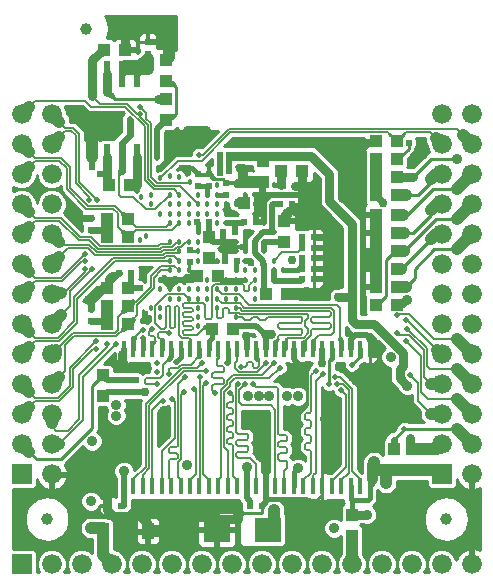
<source format=gbr>
G75*
G70*
%OFA0B0*%
%FSLAX24Y24*%
%IPPOS*%
%LPD*%
%AMOC8*
5,1,8,0,0,1.08239X$1,22.5*
%
%ADD10R,0.0240X0.0230*%
%ADD11R,0.0400X0.0400*%
%ADD12R,0.0230X0.0240*%
%ADD13R,0.0157X0.0551*%
%ADD14C,0.0394*%
%ADD15R,0.0660X0.0660*%
%ADD16C,0.0660*%
%ADD17R,0.0236X0.0866*%
%ADD18R,0.0200X0.0300*%
%ADD19R,0.0394X0.0551*%
%ADD20R,0.0900X0.0800*%
%ADD21C,0.0180*%
%ADD22C,0.0050*%
%ADD23C,0.0200*%
%ADD24C,0.0100*%
%ADD25C,0.0354*%
%ADD26C,0.0295*%
%ADD27C,0.0240*%
%ADD28C,0.0300*%
%ADD29C,0.0400*%
%ADD30C,0.0237*%
%ADD31C,0.0150*%
%ADD32C,0.0198*%
%ADD33C,0.0160*%
%ADD34C,0.0350*%
%ADD35C,0.0180*%
%ADD36C,0.0070*%
D10*
X007552Y009988D03*
X007952Y009988D03*
X012252Y009988D03*
X012652Y009988D03*
X014002Y017538D03*
X014002Y017888D03*
X014002Y018238D03*
X014002Y018588D03*
X014002Y018938D03*
X014402Y018938D03*
X014402Y018588D03*
X014402Y018238D03*
X014402Y017888D03*
X014402Y017538D03*
X012699Y018090D03*
X012299Y018090D03*
X011833Y018149D03*
X011433Y018149D03*
X012023Y018621D03*
X012423Y018621D03*
X011774Y019094D03*
X012063Y019448D03*
X012463Y019448D03*
X013252Y020038D03*
X013652Y020038D03*
X013752Y020638D03*
X013352Y020638D03*
X011374Y019094D03*
X010888Y019448D03*
X010488Y019448D03*
X008302Y017742D03*
X007902Y017742D03*
D11*
X008202Y017238D03*
X008202Y016638D03*
X008202Y016038D03*
X007502Y016038D03*
X007502Y016638D03*
X007502Y017238D03*
X007502Y018938D03*
X007502Y019538D03*
X008202Y019538D03*
X008202Y018938D03*
X008252Y020688D03*
X007552Y020688D03*
X009452Y022838D03*
X009452Y023538D03*
X009452Y024138D03*
X009452Y024838D03*
X008102Y025188D03*
X007402Y025188D03*
X012066Y020782D03*
X012066Y020082D03*
X012692Y020788D03*
X013302Y021138D03*
X012692Y021488D03*
X014002Y021138D03*
X013404Y019483D03*
X013404Y018783D03*
X013502Y017038D03*
X012802Y017038D03*
X011702Y015888D03*
X011002Y015888D03*
X011195Y017637D03*
X010885Y018232D03*
X010885Y018932D03*
X010495Y017637D03*
X007352Y014338D03*
X007352Y013638D03*
X015652Y009688D03*
X015652Y008988D03*
X017052Y011188D03*
X017652Y011188D03*
X017652Y011888D03*
X017052Y011888D03*
X017152Y016688D03*
X017152Y017288D03*
X017152Y017888D03*
X017152Y018488D03*
X017152Y019088D03*
X017152Y019688D03*
X017152Y020338D03*
X017152Y020938D03*
X017152Y021538D03*
X017152Y022138D03*
X016452Y022138D03*
X016452Y021538D03*
X016452Y020938D03*
X016452Y020338D03*
X016452Y019688D03*
X016452Y019088D03*
X016452Y018488D03*
X016452Y017888D03*
X016452Y017288D03*
X016452Y016688D03*
D12*
X011475Y020350D03*
X011475Y020750D03*
X010885Y020626D03*
X010530Y020626D03*
X010530Y021026D03*
X010885Y021026D03*
X010255Y018516D03*
X010255Y018116D03*
X006952Y019188D03*
X006952Y019588D03*
X006952Y016538D03*
X006952Y016138D03*
X008852Y025038D03*
X008852Y025438D03*
D13*
X009003Y015193D03*
X009318Y015193D03*
X009633Y015193D03*
X009948Y015193D03*
X010263Y015193D03*
X010578Y015193D03*
X010893Y015193D03*
X011208Y015193D03*
X011523Y015193D03*
X011837Y015193D03*
X012152Y015193D03*
X012467Y015193D03*
X012782Y015193D03*
X013097Y015193D03*
X013412Y015193D03*
X013727Y015193D03*
X014042Y015193D03*
X014357Y015193D03*
X014672Y015193D03*
X014987Y015193D03*
X015302Y015193D03*
X015617Y015193D03*
X015932Y015193D03*
X016247Y015193D03*
X016247Y010626D03*
X015932Y010626D03*
X015617Y010626D03*
X015302Y010626D03*
X014987Y010626D03*
X014672Y010626D03*
X014357Y010626D03*
X014042Y010626D03*
X013727Y010626D03*
X013412Y010626D03*
X013097Y010626D03*
X012782Y010626D03*
X012467Y010626D03*
X012152Y010626D03*
X011837Y010626D03*
X011523Y010626D03*
X011208Y010626D03*
X010893Y010626D03*
X010578Y010626D03*
X010263Y010626D03*
X009948Y010626D03*
X009633Y010626D03*
X009318Y010626D03*
X009003Y010626D03*
X008688Y010626D03*
X008373Y010626D03*
X008058Y010626D03*
X008058Y015193D03*
X008373Y015193D03*
X008688Y015193D03*
D14*
X005502Y009538D03*
X006802Y025888D03*
X018802Y009538D03*
D15*
X018652Y011038D03*
X004652Y011038D03*
X004652Y008038D03*
D16*
X005652Y008038D03*
X006652Y008038D03*
X007652Y008038D03*
X008652Y008038D03*
X009652Y008038D03*
X010652Y008038D03*
X011652Y008038D03*
X012652Y008038D03*
X013652Y008038D03*
X014652Y008038D03*
X015652Y008038D03*
X016652Y008038D03*
X017652Y008038D03*
X018652Y008038D03*
X019652Y008038D03*
X019652Y011038D03*
X019652Y012038D03*
X019652Y013038D03*
X019652Y014038D03*
X018652Y014038D03*
X018652Y013038D03*
X018652Y012038D03*
X018652Y015038D03*
X018652Y016038D03*
X018652Y017038D03*
X018652Y018038D03*
X018652Y019038D03*
X018652Y020038D03*
X018652Y021038D03*
X018652Y022038D03*
X018652Y023038D03*
X019652Y023038D03*
X019652Y022038D03*
X019652Y021038D03*
X019652Y020038D03*
X019652Y019038D03*
X019652Y018038D03*
X019652Y017038D03*
X019652Y016038D03*
X019652Y015038D03*
X005652Y015038D03*
X005652Y016038D03*
X005652Y017038D03*
X005652Y018038D03*
X004652Y018038D03*
X004652Y017038D03*
X004652Y016038D03*
X004652Y015038D03*
X004652Y014038D03*
X004652Y013038D03*
X004652Y012038D03*
X005652Y012038D03*
X005652Y013038D03*
X005652Y014038D03*
X005652Y011038D03*
X005652Y019038D03*
X005652Y020038D03*
X005652Y021038D03*
X005652Y022038D03*
X004652Y022038D03*
X004652Y021038D03*
X004652Y020038D03*
X004652Y019038D03*
X004652Y023038D03*
X005652Y023038D03*
D17*
X007002Y024366D03*
X007502Y024366D03*
X008002Y024366D03*
X008502Y024366D03*
X008502Y021610D03*
X008002Y021610D03*
X007502Y021610D03*
X007002Y021610D03*
D18*
X011252Y021638D03*
X011552Y021638D03*
D19*
X008850Y009138D03*
X007354Y009138D03*
D20*
X011152Y009188D03*
X012852Y009188D03*
D21*
X011790Y016259D03*
X011790Y016574D03*
X011790Y016889D03*
X011475Y016889D03*
X011475Y017204D03*
X011475Y017519D03*
X011790Y017519D03*
X011790Y017834D03*
X012105Y017834D03*
X012105Y018149D03*
X012105Y018464D03*
X012105Y018779D03*
X012105Y019094D03*
X011790Y019409D03*
X011790Y019723D03*
X011475Y019723D03*
X011475Y019409D03*
X011160Y019409D03*
X011160Y019723D03*
X010845Y019723D03*
X010530Y019723D03*
X010215Y019723D03*
X010215Y019409D03*
X010530Y019094D03*
X010530Y018779D03*
X010215Y018779D03*
X010530Y018464D03*
X010530Y018149D03*
X010215Y017834D03*
X009900Y017834D03*
X009586Y017834D03*
X009586Y018149D03*
X009900Y018149D03*
X009900Y018464D03*
X009900Y018779D03*
X009586Y018779D03*
X009586Y019409D03*
X009586Y019723D03*
X009900Y019723D03*
X009900Y019409D03*
X009900Y020038D03*
X009586Y020038D03*
X009586Y020353D03*
X009900Y020353D03*
X010215Y020038D03*
X010530Y020038D03*
X010845Y020038D03*
X011160Y020038D03*
X011160Y020353D03*
X010845Y020353D03*
X010530Y020353D03*
X010255Y020786D03*
X009900Y020936D03*
X009586Y020983D03*
X009271Y020905D03*
X008956Y020353D03*
X008956Y020038D03*
X008641Y020275D03*
X009271Y019723D03*
X008802Y018988D03*
X008602Y018838D03*
X009271Y017519D03*
X009586Y017519D03*
X009900Y017519D03*
X009900Y017204D03*
X009586Y017204D03*
X009586Y016889D03*
X009900Y016889D03*
X010215Y016889D03*
X010215Y017204D03*
X010530Y017204D03*
X010530Y016889D03*
X010530Y016574D03*
X010845Y016889D03*
X010845Y017204D03*
X010845Y017519D03*
X011160Y017204D03*
X011160Y016889D03*
X011160Y016574D03*
X010530Y016259D03*
X010530Y015983D03*
X009271Y016259D03*
X009271Y016574D03*
X008956Y016574D03*
X009271Y017204D03*
X008752Y017488D03*
X011160Y018149D03*
X011475Y018464D03*
X011475Y018779D03*
X011790Y018779D03*
X011790Y018464D03*
X012420Y018464D03*
X012735Y018464D03*
X012735Y018779D03*
X012735Y019094D03*
X012735Y019409D03*
X012735Y019723D03*
X012420Y019723D03*
X012420Y020038D03*
X012735Y020038D03*
X013050Y020038D03*
X013050Y020353D03*
X012735Y020353D03*
X012420Y020353D03*
X012105Y020353D03*
X011790Y020038D03*
X011475Y020038D03*
X011160Y020668D03*
X011042Y020905D03*
X011790Y020668D03*
X013050Y020668D03*
X013365Y020353D03*
X013444Y019763D03*
X013050Y019094D03*
X013050Y018779D03*
X013050Y018149D03*
X013050Y017834D03*
X012735Y017834D03*
X012420Y017834D03*
X012420Y017519D03*
X012420Y017204D03*
X012420Y016889D03*
X012105Y017519D03*
X011790Y017204D03*
X013050Y017519D03*
X013365Y017834D03*
X011160Y018779D03*
X010152Y021238D03*
D22*
X009854Y021488D02*
X010652Y021488D01*
X011602Y022438D01*
X016852Y022438D01*
X016902Y022388D01*
X017402Y022388D02*
X017452Y022438D01*
X018252Y022438D01*
X018452Y022238D01*
X019152Y022538D02*
X019352Y022338D01*
X019152Y022538D02*
X011552Y022538D01*
X010702Y021688D01*
X010563Y021688D01*
X011042Y020905D02*
X011082Y020865D01*
X010530Y020038D02*
X009930Y020638D01*
X009102Y020638D01*
X008852Y020888D01*
X008852Y022688D01*
X008602Y022938D01*
X008602Y023038D01*
X008502Y023038D01*
X008152Y023388D01*
X007252Y023388D01*
X007002Y023638D01*
X006752Y023488D02*
X006952Y023288D01*
X008102Y023288D01*
X008752Y022638D01*
X008752Y020838D01*
X009052Y020538D01*
X009715Y020538D01*
X009900Y020353D01*
X009586Y020353D02*
X009096Y019863D01*
X008802Y019863D01*
X008377Y020288D01*
X007952Y020288D01*
X007902Y020338D01*
X007902Y020988D01*
X008002Y021088D01*
X008002Y021138D01*
X007902Y021038D01*
X007902Y021138D01*
X008002Y021238D01*
X007902Y021038D02*
X007902Y020988D01*
X007752Y019988D02*
X006852Y019988D01*
X006252Y020588D01*
X006252Y021288D01*
X005952Y021588D01*
X005102Y021588D01*
X004902Y021788D01*
X005102Y021488D02*
X004902Y021288D01*
X005102Y021488D02*
X005902Y021488D01*
X006152Y021238D01*
X006152Y020538D01*
X006802Y019888D01*
X007702Y019888D01*
X007852Y019738D01*
X007852Y019288D01*
X008052Y019088D01*
X008202Y018938D02*
X008452Y019188D01*
X009680Y019188D01*
X009900Y019409D01*
X009586Y019409D02*
X009465Y019288D01*
X008452Y019288D01*
X008202Y019538D01*
X008052Y019688D02*
X007752Y019988D01*
X007152Y020188D02*
X006552Y020788D01*
X006552Y022388D01*
X006352Y022588D01*
X006102Y022588D01*
X005902Y022788D01*
X006102Y022488D02*
X006302Y022488D01*
X006452Y022338D01*
X006452Y020738D01*
X006902Y020288D01*
X006902Y020188D01*
X005952Y019588D02*
X006602Y018938D01*
X006952Y018938D01*
X007252Y018638D01*
X009202Y018638D01*
X009277Y018713D01*
X009520Y018713D01*
X009586Y018779D01*
X009657Y018613D02*
X009327Y018613D01*
X009252Y018538D01*
X007202Y018538D01*
X006902Y018838D01*
X006552Y018838D01*
X005902Y019488D01*
X005102Y019488D01*
X004902Y019288D01*
X005102Y019588D02*
X005952Y019588D01*
X005902Y018788D02*
X006002Y018688D01*
X006902Y018688D01*
X007152Y018438D01*
X009302Y018438D01*
X009377Y018513D01*
X009714Y018513D01*
X009822Y018621D01*
X009979Y018621D01*
X010137Y018779D01*
X010215Y018779D01*
X009900Y018779D02*
X009822Y018779D01*
X009657Y018613D01*
X009850Y018413D02*
X009427Y018413D01*
X009352Y018338D01*
X007102Y018338D01*
X006852Y018588D01*
X006202Y018588D01*
X005902Y018288D01*
X005952Y017588D02*
X006752Y018388D01*
X006752Y018138D02*
X006652Y018138D01*
X006002Y017488D01*
X005102Y017488D01*
X004902Y017288D01*
X005102Y017588D02*
X005952Y017588D01*
X005952Y017088D02*
X006052Y017088D01*
X006752Y017788D01*
X006752Y017888D01*
X007002Y017888D02*
X006252Y017138D01*
X006252Y016638D01*
X005952Y016338D01*
X006402Y016138D02*
X006402Y016938D01*
X007702Y018238D01*
X009402Y018238D01*
X009477Y018313D01*
X009736Y018313D01*
X009900Y018149D01*
X009743Y017991D02*
X009305Y017991D01*
X008952Y017638D01*
X008952Y017288D01*
X008452Y016788D01*
X008352Y016788D01*
X008502Y016688D02*
X009052Y017238D01*
X009052Y017588D01*
X009298Y017834D01*
X009586Y017834D01*
X009743Y017991D02*
X009900Y017834D01*
X009586Y018149D02*
X009575Y018138D01*
X007752Y018138D01*
X006502Y016888D01*
X006502Y016088D01*
X005902Y015488D01*
X005102Y015488D01*
X004902Y015288D01*
X005102Y015588D02*
X005852Y015588D01*
X006402Y016138D01*
X006352Y015738D02*
X007752Y015738D01*
X007852Y015838D01*
X007852Y016288D01*
X008052Y016488D01*
X008352Y016188D02*
X008502Y016338D01*
X008502Y016688D01*
X009113Y016653D02*
X009113Y016078D01*
X009302Y015888D01*
X009412Y015888D01*
X009452Y015928D01*
X009452Y016595D01*
X009492Y016635D01*
X009562Y016635D01*
X009602Y016595D01*
X009602Y015938D01*
X009642Y015898D01*
X009712Y015898D01*
X009752Y015938D01*
X009752Y016595D01*
X009792Y016635D01*
X009852Y016635D01*
X009902Y016585D01*
X009902Y015666D01*
X009989Y015580D01*
X010211Y015580D01*
X010263Y015528D01*
X010064Y015688D02*
X010502Y015688D01*
X010752Y015938D01*
X010802Y016208D02*
X010752Y016258D01*
X010752Y016678D01*
X010699Y016731D01*
X010057Y016731D01*
X010024Y016698D01*
X010024Y016628D01*
X010064Y016588D01*
X010312Y016588D01*
X010352Y016548D01*
X010352Y016478D01*
X010312Y016438D01*
X010064Y016438D01*
X010024Y016398D01*
X010024Y016328D01*
X010064Y016288D01*
X010312Y016288D01*
X010352Y016248D01*
X010352Y016178D01*
X010312Y016138D01*
X010064Y016138D01*
X010024Y016098D01*
X010024Y016028D01*
X010064Y015988D01*
X010312Y015988D01*
X010352Y015948D01*
X010352Y015878D01*
X010312Y015838D01*
X010064Y015838D01*
X010024Y015798D01*
X010024Y015728D01*
X010064Y015688D01*
X009952Y015198D02*
X009948Y015193D01*
X009552Y014888D02*
X009352Y014688D01*
X009352Y014338D01*
X009252Y014238D01*
X008802Y014238D01*
X008752Y014188D01*
X008752Y014088D01*
X008802Y014038D01*
X009152Y014038D01*
X009552Y014388D02*
X009552Y014538D01*
X009602Y014588D01*
X009852Y014588D01*
X009952Y014688D01*
X010302Y014688D01*
X010578Y014964D01*
X010652Y014738D02*
X010502Y014588D01*
X010002Y014588D01*
X008802Y013388D01*
X008802Y011288D01*
X008373Y010859D01*
X008373Y010626D01*
X008688Y010626D02*
X008688Y011024D01*
X008902Y011238D01*
X008902Y013338D01*
X010052Y014488D01*
X010802Y014488D01*
X011002Y014388D02*
X011002Y014288D01*
X011052Y014238D01*
X011352Y014238D01*
X011402Y014188D01*
X011402Y014088D01*
X011352Y014038D01*
X011052Y014038D01*
X011002Y013988D01*
X011002Y013838D01*
X011102Y013738D01*
X011302Y013838D02*
X011302Y010938D01*
X011208Y010844D01*
X011208Y010626D01*
X011523Y010626D02*
X011523Y011818D01*
X011402Y011938D01*
X011402Y013788D01*
X011602Y013988D01*
X011602Y014088D01*
X011752Y014238D01*
X012902Y014238D01*
X013252Y014588D01*
X013052Y014738D02*
X012652Y014338D01*
X011702Y014338D01*
X011502Y014138D01*
X011502Y014038D01*
X011302Y013838D01*
X011602Y013738D02*
X011702Y013638D01*
X011702Y013488D01*
X011652Y013438D01*
X011552Y013438D01*
X011502Y013388D01*
X011502Y013288D01*
X011552Y013238D01*
X011652Y013238D01*
X011702Y013188D01*
X011702Y013088D01*
X011652Y013038D01*
X011552Y013038D01*
X011502Y012988D01*
X011502Y012888D01*
X011552Y012838D01*
X011652Y012838D01*
X011702Y012788D01*
X011702Y012688D01*
X011652Y012638D01*
X011552Y012638D01*
X011502Y012588D01*
X011502Y012488D01*
X011552Y012438D01*
X011652Y012438D01*
X011702Y012388D01*
X011702Y012288D01*
X011652Y012238D01*
X011552Y012238D01*
X011502Y012188D01*
X011502Y012088D01*
X011552Y012038D01*
X011652Y012038D01*
X011702Y011988D01*
X011702Y010988D01*
X011837Y010853D01*
X011837Y010626D01*
X012467Y010626D02*
X012467Y011373D01*
X012252Y011588D01*
X011852Y011588D01*
X011802Y011638D01*
X011802Y011738D01*
X011852Y011788D01*
X012152Y011788D01*
X012202Y011838D01*
X012202Y011938D01*
X012152Y011988D01*
X011852Y011988D01*
X011802Y012038D01*
X011802Y012138D01*
X011852Y012188D01*
X012152Y012188D01*
X012202Y012238D01*
X012202Y012338D01*
X012152Y012388D01*
X011852Y012388D01*
X011802Y012438D01*
X011802Y013988D01*
X011852Y014038D01*
X011902Y013838D02*
X012102Y014038D01*
X012352Y014038D02*
X012452Y013938D01*
X013152Y013938D01*
X013202Y013888D01*
X013202Y012388D01*
X013252Y012338D01*
X013452Y012338D01*
X013502Y012288D01*
X013502Y012188D01*
X013452Y012138D01*
X013252Y012138D01*
X013202Y012088D01*
X013202Y011988D01*
X013252Y011938D01*
X013452Y011938D01*
X013502Y011888D01*
X013502Y011788D01*
X013452Y011738D01*
X013252Y011738D01*
X013202Y011688D01*
X013202Y011538D01*
X013252Y011488D01*
X013452Y011488D01*
X013502Y011438D01*
X013502Y011238D01*
X013412Y011148D01*
X013412Y010626D01*
X013102Y010631D02*
X013102Y013188D01*
X012952Y013338D01*
X012002Y013338D01*
X011902Y013438D01*
X011902Y013838D01*
X011902Y014438D02*
X012502Y014438D01*
X012802Y014738D01*
X012552Y014638D02*
X012552Y014838D01*
X012502Y014888D01*
X012352Y014738D02*
X012352Y014638D01*
X012402Y014588D01*
X012502Y014588D01*
X012552Y014638D01*
X012352Y014738D02*
X012302Y014788D01*
X012202Y014788D01*
X012152Y014738D01*
X012152Y014663D01*
X012102Y014613D01*
X011977Y014613D01*
X011902Y014438D02*
X011752Y014588D01*
X011752Y014738D01*
X011837Y014823D01*
X011837Y015193D01*
X011352Y014638D02*
X011202Y014638D01*
X011152Y014688D01*
X011152Y014888D01*
X011352Y014638D02*
X011402Y014588D01*
X011402Y014488D01*
X011352Y014438D01*
X011052Y014438D01*
X011002Y014388D01*
X010802Y014088D02*
X010702Y013988D01*
X010702Y011038D01*
X010893Y010848D01*
X010893Y010626D01*
X010602Y010651D02*
X010602Y014288D01*
X010402Y013888D02*
X010452Y013838D01*
X010452Y011038D01*
X010252Y010838D01*
X010252Y010636D01*
X010263Y010626D01*
X010578Y010626D02*
X010602Y010651D01*
X009948Y010626D02*
X009948Y010843D01*
X009852Y010938D01*
X009852Y011438D01*
X009952Y011538D01*
X009952Y013688D01*
X010052Y013788D01*
X009852Y014038D02*
X010102Y014288D01*
X009852Y014038D02*
X009852Y011988D01*
X009802Y011938D01*
X009602Y011938D01*
X009552Y011888D01*
X009552Y011788D01*
X009602Y011738D01*
X009802Y011738D01*
X009852Y011688D01*
X009852Y011588D01*
X009802Y011538D01*
X009602Y011538D01*
X009552Y011488D01*
X009552Y010899D01*
X009633Y010819D01*
X009633Y010626D01*
X009318Y010626D02*
X009318Y011804D01*
X009752Y012238D01*
X009752Y013438D01*
X009652Y013538D01*
X009352Y013488D02*
X009302Y013488D01*
X009002Y013188D01*
X009002Y011188D01*
X009003Y011189D01*
X009003Y010626D01*
X005902Y013488D02*
X006352Y013938D01*
X006352Y014538D01*
X007027Y015213D01*
X007127Y015213D01*
X007127Y015463D02*
X006252Y014588D01*
X006252Y013988D01*
X005852Y013588D01*
X005102Y013588D01*
X004902Y013788D01*
X005102Y013488D02*
X005902Y013488D01*
X005902Y014288D02*
X006102Y014488D01*
X006102Y015338D01*
X006402Y015638D01*
X007802Y015638D01*
X008052Y015888D01*
X008402Y015588D02*
X008602Y015788D01*
X008652Y015838D01*
X008702Y015838D01*
X008902Y015788D02*
X009002Y015888D01*
X008902Y015788D02*
X008902Y015688D01*
X008952Y015638D01*
X009052Y015638D01*
X009102Y015588D01*
X009102Y015488D01*
X009202Y015619D02*
X009202Y015738D01*
X009252Y015788D01*
X009502Y015788D01*
X009552Y015738D01*
X009318Y015504D02*
X009202Y015619D01*
X009113Y016653D02*
X009507Y017046D01*
X010058Y017046D01*
X010215Y016889D01*
X011003Y017283D02*
X011003Y016259D01*
X010952Y016208D01*
X010802Y016208D01*
X011160Y016281D02*
X011202Y016238D01*
X011302Y016238D01*
X011352Y016288D01*
X011352Y016538D01*
X011402Y016588D01*
X011502Y016588D01*
X011552Y016538D01*
X011552Y016438D01*
X011574Y016416D01*
X011916Y016416D01*
X011944Y016388D01*
X014152Y016388D01*
X014202Y016338D01*
X014202Y016238D01*
X014102Y016138D01*
X014102Y015988D01*
X014202Y015888D01*
X014202Y015738D01*
X014052Y015588D01*
X013502Y015588D01*
X013452Y015538D01*
X013202Y015538D02*
X013202Y015638D01*
X013252Y015688D01*
X013952Y015688D01*
X014002Y015738D01*
X014002Y015838D01*
X013952Y015888D01*
X013252Y015888D01*
X013202Y015938D01*
X013202Y016038D01*
X013252Y016088D01*
X013952Y016088D01*
X014002Y016138D01*
X014002Y016238D01*
X013952Y016288D01*
X012852Y016288D01*
X012752Y016188D01*
X012602Y016188D01*
X012502Y016288D01*
X012352Y016288D01*
X012252Y016188D01*
X012102Y016188D01*
X012002Y016288D01*
X011820Y016288D01*
X011790Y016259D01*
X012001Y016488D02*
X014902Y016488D01*
X014952Y016438D01*
X014952Y016338D01*
X014902Y016288D01*
X014352Y016288D01*
X014302Y016238D01*
X014302Y016138D01*
X014352Y016088D01*
X014902Y016088D01*
X014952Y016038D01*
X014952Y015938D01*
X014902Y015888D01*
X014352Y015888D01*
X014302Y015838D01*
X014302Y015688D01*
X014052Y015438D01*
X014352Y015488D02*
X014552Y015688D01*
X014952Y015688D01*
X015052Y015788D01*
X015052Y016488D01*
X014952Y016588D01*
X012059Y016588D01*
X011916Y016731D01*
X011318Y016731D01*
X011160Y016889D01*
X011318Y017046D02*
X011160Y017204D01*
X011003Y017283D02*
X011082Y017361D01*
X012026Y017361D01*
X012066Y017322D01*
X012066Y017164D01*
X012105Y017125D01*
X012184Y017125D01*
X012223Y017164D01*
X012223Y017322D01*
X012263Y017361D01*
X012420Y017519D01*
X013050Y018149D02*
X013340Y018438D01*
X013852Y018438D01*
X014002Y018588D01*
X015152Y016688D02*
X015252Y016588D01*
X015252Y015538D01*
X014452Y014488D02*
X014302Y014338D01*
X014302Y013138D01*
X014252Y013088D01*
X014152Y013088D01*
X014102Y013038D01*
X014102Y012888D01*
X014152Y012838D01*
X014252Y012838D01*
X014302Y012788D01*
X014302Y012638D01*
X014252Y012588D01*
X014152Y012588D01*
X014102Y012538D01*
X014102Y012388D01*
X014152Y012338D01*
X014252Y012338D01*
X014302Y012288D01*
X014302Y012138D01*
X014252Y012088D01*
X014152Y012088D01*
X014102Y012038D01*
X014102Y011888D01*
X014152Y011838D01*
X014252Y011838D01*
X014302Y011788D01*
X014302Y011088D01*
X014042Y010828D01*
X014042Y010626D01*
X014357Y010626D02*
X014357Y010993D01*
X014452Y011088D01*
X014452Y014138D01*
X014702Y014388D01*
X015102Y014288D02*
X015252Y014288D01*
X015652Y013888D01*
X015652Y011138D01*
X015932Y010859D01*
X015932Y010626D01*
X015952Y010606D01*
X015552Y011088D02*
X015302Y010838D01*
X015302Y010626D01*
X014987Y010626D02*
X014987Y010823D01*
X015452Y011288D01*
X015452Y013688D01*
X015302Y013838D01*
X015352Y014038D02*
X015152Y014038D01*
X015352Y014038D02*
X015552Y013838D01*
X015552Y011088D01*
X013102Y010631D02*
X013097Y010626D01*
X017202Y015688D02*
X017552Y015688D01*
X018052Y015188D01*
X018052Y014288D01*
X018302Y014038D01*
X017952Y013788D02*
X018202Y013538D01*
X019152Y013538D01*
X018302Y013038D02*
X017852Y013488D01*
X017852Y013738D01*
X017852Y014088D01*
X017602Y014338D01*
X018152Y014638D02*
X018152Y015238D01*
X017502Y015888D01*
X017502Y016188D02*
X017452Y016188D01*
X017502Y016188D02*
X018502Y015188D01*
X018402Y015538D02*
X017552Y016388D01*
X017202Y016388D01*
X017152Y016338D01*
X017152Y015738D02*
X017202Y015688D01*
X017452Y015488D02*
X017952Y014988D01*
X017952Y013788D01*
X018252Y014538D02*
X018152Y014638D01*
X018252Y014538D02*
X019152Y014538D01*
X019152Y015538D02*
X018402Y015538D01*
X015152Y016688D02*
X012245Y016688D01*
X011887Y017046D01*
X011318Y017046D01*
X011160Y016574D02*
X011160Y016281D01*
X011790Y016574D02*
X011916Y016574D01*
X012001Y016488D01*
X009900Y018464D02*
X009850Y018413D01*
X010207Y020738D02*
X009152Y020738D01*
X008952Y020938D01*
X008952Y022738D01*
X008802Y022888D01*
X008802Y023088D01*
X008602Y023288D01*
X009854Y021488D02*
X009271Y020905D01*
X010207Y020738D02*
X010255Y020786D01*
X006752Y023488D02*
X005102Y023488D01*
X004902Y023288D01*
X005902Y022288D02*
X006102Y022488D01*
X004902Y019788D02*
X005102Y019588D01*
X004902Y017788D02*
X005102Y017588D01*
X004902Y015788D02*
X005102Y015588D01*
X005802Y015188D02*
X006352Y015738D01*
X005102Y013488D02*
X004902Y013288D01*
D23*
X007352Y013638D02*
X007502Y013788D01*
X008752Y013788D01*
X008452Y014188D02*
X007502Y014188D01*
X007352Y014338D01*
X008002Y015038D02*
X008058Y015094D01*
X008058Y015193D01*
X008052Y015888D02*
X008202Y016038D01*
X008352Y016188D01*
X008052Y016488D02*
X008202Y016638D01*
X008352Y016788D01*
X008302Y017238D02*
X008202Y017238D01*
X008302Y017238D02*
X008302Y017742D01*
X008302Y017238D02*
X008602Y017238D01*
X009900Y017519D02*
X010377Y017519D01*
X010495Y017637D01*
X011433Y018149D02*
X011433Y018464D01*
X011433Y018779D01*
X011374Y018779D01*
X011160Y018779D01*
X011038Y018779D01*
X010885Y018932D01*
X010885Y019445D01*
X010888Y019448D01*
X011374Y019094D02*
X011374Y018779D01*
X011433Y018779D02*
X011475Y018779D01*
X011790Y018779D01*
X011774Y019094D02*
X011774Y019409D01*
X011790Y019409D01*
X012023Y019409D01*
X012063Y019448D01*
X011774Y019409D02*
X011475Y019409D01*
X011433Y018464D02*
X011475Y018464D01*
X011790Y018464D01*
X012105Y018149D02*
X012299Y018149D01*
X012299Y018090D01*
X012420Y018424D02*
X012420Y018460D01*
X012420Y018618D01*
X012423Y018621D01*
X012423Y018821D01*
X012696Y019094D01*
X012735Y019094D01*
X013011Y019094D01*
X013011Y019999D01*
X013050Y020038D01*
X013252Y020038D01*
X013365Y020353D02*
X013050Y020353D01*
X012735Y020353D01*
X012735Y020038D01*
X012735Y019723D01*
X012735Y019448D01*
X012463Y019448D01*
X012463Y019723D01*
X012735Y019723D01*
X012463Y019723D02*
X012420Y019723D01*
X012735Y019448D02*
X012735Y019409D01*
X013011Y019094D02*
X013050Y019094D01*
X013050Y018779D02*
X012735Y018779D01*
X012735Y018464D01*
X012420Y018460D02*
X012420Y018464D01*
X012420Y018424D02*
X012699Y018146D01*
X012699Y018090D01*
X012735Y018053D01*
X012735Y017834D01*
X012735Y017106D01*
X012802Y017038D01*
X013080Y017488D02*
X013552Y017488D01*
X013952Y017488D01*
X014002Y017538D01*
X014002Y017888D02*
X013902Y017888D01*
X014002Y017888D02*
X014002Y018238D01*
X014002Y018588D02*
X014002Y018938D01*
X014402Y018588D02*
X015202Y018588D01*
X015202Y018238D02*
X014402Y018238D01*
X014402Y017888D02*
X015202Y017888D01*
X015202Y017538D02*
X014402Y017538D01*
X013400Y018779D02*
X013404Y018783D01*
X013400Y018779D02*
X013050Y018779D01*
X013050Y017834D02*
X013050Y017519D01*
X012477Y015988D02*
X011802Y015988D01*
X011702Y015888D01*
X012127Y015638D02*
X012152Y015613D01*
X012152Y015193D01*
X012782Y015193D02*
X012782Y015713D01*
X012752Y015713D02*
X012477Y015988D01*
X013727Y015193D02*
X013727Y014864D01*
X013902Y014688D01*
X014202Y014688D01*
X014652Y014738D02*
X014672Y014758D01*
X014672Y015193D01*
X015617Y015193D02*
X015617Y015553D01*
X015752Y015688D01*
X016152Y015688D01*
X016252Y015588D01*
X013752Y019838D02*
X013752Y019938D01*
X013652Y020038D01*
X013556Y020338D02*
X014002Y020338D01*
X013556Y020338D02*
X013541Y020353D01*
X013365Y020353D01*
X012735Y020353D02*
X012656Y020353D01*
X012656Y020786D01*
X012656Y020353D02*
X012420Y020353D01*
X012002Y021188D02*
X012002Y021288D01*
X011852Y021288D01*
X012002Y021288D02*
X012052Y021288D01*
X011552Y021138D02*
X011552Y021638D01*
X011602Y021638D01*
X011252Y021638D02*
X011252Y021088D01*
X009702Y022938D02*
X009552Y022938D01*
X009452Y022838D01*
X009152Y022538D01*
X009152Y021588D01*
X008502Y020688D02*
X008502Y020488D01*
X008052Y019688D02*
X008202Y019538D01*
X008052Y019088D02*
X008202Y018938D01*
X007502Y021038D02*
X007252Y021038D01*
X007652Y023638D02*
X007502Y023788D01*
X008852Y024888D02*
X008852Y025038D01*
X008852Y025438D02*
X009352Y025438D01*
X009552Y025238D01*
X009452Y024138D02*
X009552Y024038D01*
X009702Y024038D01*
X015502Y021338D02*
X015502Y021088D01*
X015502Y021338D02*
X016302Y022138D01*
X016452Y022138D01*
X012782Y011459D02*
X012782Y010626D01*
X012782Y010205D01*
X012782Y010118D01*
X012652Y009988D01*
X012252Y009988D02*
X012252Y010138D01*
X012152Y010238D01*
X012152Y010626D01*
X012152Y011288D01*
X008058Y011133D02*
X008058Y010626D01*
X008058Y009988D01*
X007952Y009988D01*
X007552Y009988D02*
X007502Y009988D01*
X008058Y011133D02*
X008052Y011138D01*
D24*
X005152Y008439D02*
X005152Y007758D01*
X005227Y007758D01*
X005152Y007939D01*
X005152Y008138D01*
X005229Y008322D01*
X005369Y008462D01*
X005553Y008538D01*
X005752Y008538D01*
X005936Y008462D01*
X006369Y008462D01*
X006229Y008322D01*
X006152Y008138D01*
X006076Y008322D01*
X005936Y008462D01*
X006035Y008363D02*
X006270Y008363D01*
X006205Y008265D02*
X006100Y008265D01*
X006141Y008166D02*
X006164Y008166D01*
X006152Y008138D02*
X006152Y007939D01*
X006078Y007758D01*
X006227Y007758D01*
X006152Y007939D01*
X006152Y008138D01*
X006152Y008068D02*
X006152Y008068D01*
X006152Y007969D02*
X006152Y007969D01*
X006124Y007870D02*
X006181Y007870D01*
X006222Y007772D02*
X006083Y007772D01*
X006369Y008462D02*
X006553Y008538D01*
X006752Y008538D01*
X006936Y008462D01*
X006984Y008462D01*
X006984Y008490D02*
X006984Y008413D01*
X006936Y008462D01*
X006984Y008490D02*
X006984Y008868D01*
X006799Y008868D01*
X006582Y009085D01*
X006582Y009392D01*
X006799Y009608D01*
X007508Y009608D01*
X007532Y009584D01*
X007622Y009584D01*
X007721Y009484D01*
X007721Y009395D01*
X007724Y009392D01*
X007724Y009292D01*
X007724Y008538D01*
X007752Y008538D01*
X007936Y008462D01*
X008369Y008462D01*
X008229Y008322D01*
X008152Y008138D01*
X008076Y008322D01*
X007936Y008462D01*
X008035Y008363D02*
X008270Y008363D01*
X008205Y008265D02*
X008100Y008265D01*
X008141Y008166D02*
X008164Y008166D01*
X008152Y008138D02*
X008152Y007939D01*
X008078Y007758D01*
X008227Y007758D01*
X008152Y007939D01*
X008152Y008138D01*
X008152Y008068D02*
X008152Y008068D01*
X008152Y007969D02*
X008152Y007969D01*
X008124Y007870D02*
X008181Y007870D01*
X008222Y007772D02*
X008083Y007772D01*
X008369Y008462D02*
X008553Y008538D01*
X008752Y008538D01*
X008936Y008462D01*
X009369Y008462D01*
X009229Y008322D01*
X009152Y008138D01*
X009076Y008322D01*
X008936Y008462D01*
X009035Y008363D02*
X009270Y008363D01*
X009205Y008265D02*
X009100Y008265D01*
X009141Y008166D02*
X009164Y008166D01*
X009152Y008138D02*
X009152Y007939D01*
X009078Y007758D01*
X009227Y007758D01*
X009152Y007939D01*
X009152Y008138D01*
X009152Y008068D02*
X009152Y008068D01*
X009152Y007969D02*
X009152Y007969D01*
X009124Y007870D02*
X009181Y007870D01*
X009222Y007772D02*
X009083Y007772D01*
X009369Y008462D02*
X009553Y008538D01*
X009752Y008538D01*
X009936Y008462D01*
X010369Y008462D01*
X010229Y008322D01*
X010152Y008138D01*
X010076Y008322D01*
X009936Y008462D01*
X010035Y008363D02*
X010270Y008363D01*
X010205Y008265D02*
X010100Y008265D01*
X010141Y008166D02*
X010164Y008166D01*
X010152Y008138D02*
X010152Y007939D01*
X010078Y007758D01*
X010227Y007758D01*
X010152Y007939D01*
X010152Y008138D01*
X010152Y008068D02*
X010152Y008068D01*
X010152Y007969D02*
X010152Y007969D01*
X010124Y007870D02*
X010181Y007870D01*
X010222Y007772D02*
X010083Y007772D01*
X010369Y008462D02*
X010553Y008538D01*
X010752Y008538D01*
X010936Y008462D01*
X011369Y008462D01*
X011229Y008322D01*
X011152Y008138D01*
X011076Y008322D01*
X010936Y008462D01*
X011035Y008363D02*
X011270Y008363D01*
X011205Y008265D02*
X011100Y008265D01*
X011141Y008166D02*
X011164Y008166D01*
X011152Y008138D02*
X011152Y007939D01*
X011078Y007758D01*
X011227Y007758D01*
X011152Y007939D01*
X011152Y008138D01*
X011152Y008068D02*
X011152Y008068D01*
X011152Y007969D02*
X011152Y007969D01*
X011124Y007870D02*
X011181Y007870D01*
X011222Y007772D02*
X011083Y007772D01*
X011369Y008462D02*
X011553Y008538D01*
X011752Y008538D01*
X011936Y008462D01*
X012369Y008462D01*
X012229Y008322D01*
X012152Y008138D01*
X012076Y008322D01*
X011936Y008462D01*
X012035Y008363D02*
X012270Y008363D01*
X012205Y008265D02*
X012100Y008265D01*
X012141Y008166D02*
X012164Y008166D01*
X012152Y008138D02*
X012152Y007939D01*
X012078Y007758D01*
X012227Y007758D01*
X012152Y007939D01*
X012152Y008138D01*
X012152Y008068D02*
X012152Y008068D01*
X012152Y007969D02*
X012152Y007969D01*
X012124Y007870D02*
X012181Y007870D01*
X012222Y007772D02*
X012083Y007772D01*
X012369Y008462D02*
X012553Y008538D01*
X012752Y008538D01*
X012936Y008462D01*
X013369Y008462D01*
X013229Y008322D01*
X013152Y008138D01*
X013076Y008322D01*
X012936Y008462D01*
X013035Y008363D02*
X013270Y008363D01*
X013205Y008265D02*
X013100Y008265D01*
X013141Y008166D02*
X013164Y008166D01*
X013152Y008138D02*
X013152Y007939D01*
X013078Y007758D01*
X013227Y007758D01*
X013152Y007939D01*
X013152Y008138D01*
X013152Y008068D02*
X013152Y008068D01*
X013152Y007969D02*
X013152Y007969D01*
X013124Y007870D02*
X013181Y007870D01*
X013222Y007772D02*
X013083Y007772D01*
X013369Y008462D02*
X013553Y008538D01*
X013752Y008538D01*
X013936Y008462D01*
X014369Y008462D01*
X014229Y008322D01*
X014152Y008138D01*
X014076Y008322D01*
X013936Y008462D01*
X014035Y008363D02*
X014270Y008363D01*
X014205Y008265D02*
X014100Y008265D01*
X014141Y008166D02*
X014164Y008166D01*
X014152Y008138D02*
X014152Y007939D01*
X014078Y007758D01*
X014227Y007758D01*
X014152Y007939D01*
X014152Y008138D01*
X014152Y008068D02*
X014152Y008068D01*
X014152Y007969D02*
X014152Y007969D01*
X014124Y007870D02*
X014181Y007870D01*
X014222Y007772D02*
X014083Y007772D01*
X014369Y008462D02*
X014553Y008538D01*
X014752Y008538D01*
X014936Y008462D01*
X015282Y008462D01*
X015282Y008376D02*
X015229Y008322D01*
X015152Y008138D01*
X015076Y008322D01*
X014936Y008462D01*
X015035Y008363D02*
X015270Y008363D01*
X015282Y008376D02*
X015282Y008718D01*
X015282Y008978D01*
X015249Y008944D01*
X015121Y008891D01*
X014983Y008891D01*
X014856Y008944D01*
X014758Y009042D01*
X014705Y009169D01*
X014705Y009307D01*
X014758Y009435D01*
X014856Y009533D01*
X014983Y009586D01*
X015121Y009586D01*
X015249Y009533D01*
X015282Y009499D01*
X015282Y009959D01*
X015382Y010058D01*
X015402Y010058D01*
X015402Y010085D01*
X015367Y010120D01*
X015367Y010181D01*
X015153Y010181D01*
X015145Y010189D01*
X015136Y010181D01*
X014864Y010181D01*
X014834Y010151D01*
X014672Y010151D01*
X014672Y010626D01*
X014672Y010626D01*
X014672Y010358D01*
X014452Y010138D01*
X014202Y010138D01*
X014208Y010181D02*
X014481Y010181D01*
X014511Y010151D01*
X014672Y010151D01*
X014672Y010626D01*
X014672Y010627D02*
X014672Y011102D01*
X014647Y011102D01*
X014647Y011169D01*
X014647Y013951D01*
X014674Y013886D01*
X014750Y013810D01*
X014849Y013769D01*
X014956Y013769D01*
X015027Y013799D01*
X015033Y013796D01*
X015033Y013785D01*
X015074Y013686D01*
X015150Y013610D01*
X015249Y013569D01*
X015257Y013569D01*
X015257Y011369D01*
X014960Y011072D01*
X014864Y011072D01*
X014834Y011102D01*
X014672Y011102D01*
X014672Y010627D01*
X014672Y010627D01*
X014672Y010630D02*
X014672Y010630D01*
X014672Y010728D02*
X014672Y010728D01*
X014672Y010827D02*
X014672Y010827D01*
X014672Y010925D02*
X014672Y010925D01*
X014672Y011024D02*
X014672Y011024D01*
X014647Y011122D02*
X015011Y011122D01*
X015109Y011221D02*
X014647Y011221D01*
X014647Y011319D02*
X015208Y011319D01*
X015257Y011418D02*
X014647Y011418D01*
X014647Y011517D02*
X015257Y011517D01*
X015257Y011615D02*
X014647Y011615D01*
X014647Y011714D02*
X015257Y011714D01*
X015257Y011812D02*
X014647Y011812D01*
X014647Y011911D02*
X015257Y011911D01*
X015257Y012009D02*
X014647Y012009D01*
X014647Y012108D02*
X015257Y012108D01*
X015257Y012206D02*
X014647Y012206D01*
X014647Y012305D02*
X015257Y012305D01*
X015257Y012403D02*
X014647Y012403D01*
X014647Y012502D02*
X015257Y012502D01*
X015257Y012601D02*
X014647Y012601D01*
X014647Y012699D02*
X015257Y012699D01*
X015257Y012798D02*
X014647Y012798D01*
X014647Y012896D02*
X015257Y012896D01*
X015257Y012995D02*
X014647Y012995D01*
X014647Y013093D02*
X015257Y013093D01*
X015257Y013192D02*
X014647Y013192D01*
X014647Y013290D02*
X015257Y013290D01*
X015257Y013389D02*
X014647Y013389D01*
X014647Y013487D02*
X015257Y013487D01*
X015209Y013586D02*
X014647Y013586D01*
X014647Y013685D02*
X015076Y013685D01*
X015034Y013783D02*
X014989Y013783D01*
X014816Y013783D02*
X014647Y013783D01*
X014647Y013882D02*
X014679Y013882D01*
X014902Y014038D02*
X014902Y014838D01*
X014952Y014888D01*
X015122Y014712D02*
X015158Y014748D01*
X015386Y014748D01*
X015383Y014742D01*
X015383Y014635D01*
X015424Y014536D01*
X015500Y014460D01*
X015599Y014419D01*
X015706Y014419D01*
X015805Y014460D01*
X015881Y014536D01*
X015921Y014635D01*
X015921Y014646D01*
X015998Y014723D01*
X016033Y014723D01*
X016057Y014746D01*
X016085Y014718D01*
X016247Y014718D01*
X016409Y014718D01*
X016526Y014835D01*
X016526Y015193D01*
X016247Y015193D01*
X016247Y014718D01*
X016247Y015193D01*
X016247Y015193D01*
X016247Y015193D01*
X016526Y015193D01*
X016526Y015463D01*
X016756Y015233D01*
X016658Y015135D01*
X016605Y015007D01*
X016605Y014869D01*
X016658Y014742D01*
X016756Y014644D01*
X016883Y014591D01*
X016932Y014591D01*
X016932Y014406D01*
X016932Y014106D01*
X017120Y013918D01*
X017181Y013857D01*
X017208Y013792D01*
X017306Y013694D01*
X017433Y013641D01*
X017571Y013641D01*
X017657Y013677D01*
X017657Y013569D01*
X017657Y013408D01*
X017932Y013133D01*
X017932Y012885D01*
X018059Y012758D01*
X017563Y012758D01*
X017555Y012766D01*
X017456Y012807D01*
X017349Y012807D01*
X017250Y012766D01*
X017174Y012691D01*
X017133Y012592D01*
X017133Y012580D01*
X017031Y012478D01*
X016932Y012478D01*
X016762Y012309D01*
X016762Y012239D01*
X016682Y012159D01*
X016682Y011682D01*
X016556Y011808D01*
X016249Y011808D01*
X016032Y011592D01*
X016032Y011556D01*
X015997Y011521D01*
X015997Y011236D01*
X015997Y011072D01*
X015995Y011072D01*
X015847Y011219D01*
X015847Y013969D01*
X015733Y014083D01*
X015447Y014369D01*
X015333Y014483D01*
X015288Y014483D01*
X015255Y014516D01*
X015156Y014557D01*
X015122Y014557D01*
X015122Y014712D01*
X015122Y014670D02*
X015383Y014670D01*
X015410Y014571D02*
X015122Y014571D01*
X015344Y014473D02*
X015487Y014473D01*
X015442Y014374D02*
X016932Y014374D01*
X016932Y014276D02*
X015541Y014276D01*
X015639Y014177D02*
X016932Y014177D01*
X016960Y014079D02*
X015738Y014079D01*
X015836Y013980D02*
X017058Y013980D01*
X017157Y013882D02*
X015847Y013882D01*
X015847Y013783D02*
X017217Y013783D01*
X017329Y013685D02*
X015847Y013685D01*
X015847Y013586D02*
X017657Y013586D01*
X017657Y013487D02*
X015847Y013487D01*
X015847Y013389D02*
X017676Y013389D01*
X017775Y013290D02*
X015847Y013290D01*
X015847Y013192D02*
X017873Y013192D01*
X017932Y013093D02*
X015847Y013093D01*
X015847Y012995D02*
X017932Y012995D01*
X017932Y012896D02*
X015847Y012896D01*
X015847Y012798D02*
X017325Y012798D01*
X017480Y012798D02*
X018020Y012798D01*
X017402Y012538D02*
X019152Y012538D01*
X019602Y010988D02*
X019702Y010988D01*
X019702Y010508D01*
X019758Y010508D01*
X019932Y010581D01*
X019932Y008496D01*
X019758Y008568D01*
X019702Y008568D01*
X019702Y008089D01*
X019602Y008089D01*
X019602Y008568D01*
X019547Y008568D01*
X019352Y008488D01*
X019203Y008339D01*
X019136Y008177D01*
X019076Y008322D01*
X018936Y008462D01*
X019326Y008462D01*
X019228Y008363D02*
X019035Y008363D01*
X019100Y008265D02*
X019173Y008265D01*
X018936Y008462D02*
X018752Y008538D01*
X018553Y008538D01*
X018369Y008462D01*
X018229Y008322D01*
X018152Y008138D01*
X018076Y008322D01*
X017936Y008462D01*
X018369Y008462D01*
X018270Y008363D02*
X018035Y008363D01*
X018100Y008265D02*
X018205Y008265D01*
X018164Y008166D02*
X018141Y008166D01*
X018152Y008138D02*
X018152Y007939D01*
X018078Y007758D01*
X018227Y007758D01*
X018152Y007939D01*
X018152Y008138D01*
X018152Y008068D02*
X018152Y008068D01*
X018152Y007969D02*
X018152Y007969D01*
X018124Y007870D02*
X018181Y007870D01*
X018222Y007772D02*
X018083Y007772D01*
X017936Y008462D02*
X017752Y008538D01*
X017553Y008538D01*
X017369Y008462D01*
X017229Y008322D01*
X017152Y008138D01*
X017076Y008322D01*
X016936Y008462D01*
X017369Y008462D01*
X017270Y008363D02*
X017035Y008363D01*
X017100Y008265D02*
X017205Y008265D01*
X017164Y008166D02*
X017141Y008166D01*
X017152Y008138D02*
X017152Y007939D01*
X017078Y007758D01*
X017227Y007758D01*
X017152Y007939D01*
X017152Y008138D01*
X017152Y008068D02*
X017152Y008068D01*
X017152Y007969D02*
X017152Y007969D01*
X017124Y007870D02*
X017181Y007870D01*
X017222Y007772D02*
X017083Y007772D01*
X016936Y008462D02*
X016752Y008538D01*
X016553Y008538D01*
X016369Y008462D01*
X016229Y008322D01*
X016152Y008138D01*
X016076Y008322D01*
X016022Y008376D01*
X016022Y008718D01*
X016022Y009259D01*
X015943Y009338D01*
X015973Y009368D01*
X016018Y009368D01*
X016083Y009341D01*
X016221Y009341D01*
X016349Y009394D01*
X016447Y009492D01*
X016500Y009619D01*
X016500Y009757D01*
X016447Y009885D01*
X016350Y009982D01*
X016452Y010085D01*
X016497Y010129D01*
X016497Y010521D01*
X016649Y010368D01*
X016956Y010368D01*
X017172Y010585D01*
X017172Y010818D01*
X017499Y010818D01*
X018152Y010818D01*
X018152Y010638D01*
X018252Y010538D01*
X019053Y010538D01*
X019152Y010638D01*
X019152Y010861D01*
X019203Y010738D01*
X019352Y010589D01*
X019547Y010508D01*
X019602Y010508D01*
X019602Y010988D01*
X019602Y010925D02*
X019702Y010925D01*
X019702Y010827D02*
X019602Y010827D01*
X019602Y010728D02*
X019702Y010728D01*
X019702Y010630D02*
X019602Y010630D01*
X019602Y010531D02*
X019702Y010531D01*
X019813Y010531D02*
X019932Y010531D01*
X019932Y010433D02*
X017020Y010433D01*
X017118Y010531D02*
X019492Y010531D01*
X019312Y010630D02*
X019144Y010630D01*
X019152Y010728D02*
X019213Y010728D01*
X019166Y010827D02*
X019152Y010827D01*
X019023Y010262D02*
X018956Y010279D01*
X018888Y010290D01*
X018820Y010294D01*
X018751Y010293D01*
X018682Y010285D01*
X018615Y010271D01*
X018549Y010251D01*
X018486Y010225D01*
X018424Y010193D01*
X018366Y010156D01*
X018312Y010114D01*
X018262Y010067D01*
X018216Y010016D01*
X018216Y010015D01*
X018175Y009960D01*
X018139Y009901D01*
X018109Y009840D01*
X018109Y009840D01*
X018084Y009775D01*
X018066Y009709D01*
X018053Y009641D01*
X018047Y009573D01*
X018047Y009573D01*
X018047Y009504D01*
X018053Y009435D01*
X018066Y009368D01*
X018066Y009368D01*
X018084Y009302D01*
X018084Y009301D01*
X018109Y009237D01*
X018139Y009175D01*
X018175Y009117D01*
X018175Y009117D01*
X018216Y009061D01*
X018262Y009010D01*
X018312Y008963D01*
X018312Y008963D01*
X018366Y008921D01*
X018424Y008884D01*
X018424Y008884D01*
X018486Y008852D01*
X018549Y008826D01*
X018549Y008826D01*
X018615Y008806D01*
X018615Y008806D01*
X018682Y008792D01*
X018682Y008792D01*
X018751Y008784D01*
X018820Y008783D01*
X018888Y008787D01*
X018956Y008798D01*
X019023Y008815D01*
X019088Y008838D01*
X019150Y008867D01*
X019210Y008902D01*
X019266Y008941D01*
X019266Y008941D01*
X019318Y008986D01*
X019366Y009035D01*
X019367Y009035D01*
X019410Y009088D01*
X019410Y009089D01*
X019448Y009146D01*
X019481Y009206D01*
X019509Y009269D01*
X019530Y009334D01*
X019546Y009401D01*
X019546Y009401D01*
X019555Y009470D01*
X019558Y009538D01*
X019555Y009607D01*
X019555Y009607D01*
X019546Y009675D01*
X019546Y009675D01*
X019530Y009742D01*
X019530Y009742D01*
X019509Y009808D01*
X019481Y009871D01*
X019448Y009931D01*
X019410Y009988D01*
X019410Y009988D01*
X019367Y010042D01*
X019318Y010091D01*
X019266Y010136D01*
X019210Y010175D01*
X019150Y010210D01*
X019088Y010239D01*
X019023Y010262D01*
X019088Y010239D02*
X019088Y010239D01*
X019094Y010236D02*
X019932Y010236D01*
X019932Y010334D02*
X016497Y010334D01*
X016497Y010236D02*
X018512Y010236D01*
X018366Y010156D02*
X018366Y010156D01*
X018342Y010137D02*
X016497Y010137D01*
X016406Y010038D02*
X018236Y010038D01*
X018262Y010067D02*
X018262Y010067D01*
X018175Y009960D02*
X018175Y009960D01*
X018163Y009940D02*
X016392Y009940D01*
X016465Y009841D02*
X018110Y009841D01*
X018139Y009901D02*
X018139Y009901D01*
X018084Y009775D02*
X018084Y009775D01*
X018075Y009743D02*
X016500Y009743D01*
X016500Y009644D02*
X018054Y009644D01*
X018053Y009641D02*
X018053Y009641D01*
X018066Y009709D02*
X018066Y009709D01*
X018047Y009546D02*
X016469Y009546D01*
X016402Y009447D02*
X018052Y009447D01*
X018053Y009435D02*
X018053Y009435D01*
X018047Y009504D02*
X018047Y009504D01*
X018071Y009349D02*
X016239Y009349D01*
X016066Y009349D02*
X015953Y009349D01*
X016022Y009250D02*
X018104Y009250D01*
X018109Y009237D02*
X018109Y009237D01*
X018139Y009175D02*
X018139Y009175D01*
X018154Y009152D02*
X016022Y009152D01*
X016022Y009053D02*
X018223Y009053D01*
X018216Y009061D02*
X018216Y009061D01*
X018262Y009010D02*
X018262Y009010D01*
X018262Y009010D01*
X018323Y008954D02*
X016022Y008954D01*
X016022Y008856D02*
X018478Y008856D01*
X018486Y008852D02*
X018486Y008852D01*
X018366Y008921D02*
X018366Y008921D01*
X019126Y008856D02*
X019932Y008856D01*
X019932Y008954D02*
X019281Y008954D01*
X019318Y008986D02*
X019318Y008986D01*
X019381Y009053D02*
X019932Y009053D01*
X019932Y009152D02*
X019452Y009152D01*
X019448Y009146D02*
X019448Y009146D01*
X019481Y009206D02*
X019481Y009206D01*
X019501Y009250D02*
X019932Y009250D01*
X019932Y009349D02*
X019534Y009349D01*
X019530Y009334D02*
X019530Y009334D01*
X019509Y009269D02*
X019509Y009269D01*
X019552Y009447D02*
X019932Y009447D01*
X019932Y009546D02*
X019558Y009546D01*
X019555Y009470D02*
X019555Y009470D01*
X019550Y009644D02*
X019932Y009644D01*
X019932Y009743D02*
X019530Y009743D01*
X019509Y009808D02*
X019509Y009808D01*
X019494Y009841D02*
X019932Y009841D01*
X019932Y009940D02*
X019443Y009940D01*
X019448Y009931D02*
X019448Y009931D01*
X019481Y009871D02*
X019481Y009871D01*
X019369Y010038D02*
X019932Y010038D01*
X019932Y010137D02*
X019264Y010137D01*
X019266Y010136D02*
X019266Y010136D01*
X019210Y010175D02*
X019210Y010175D01*
X019150Y010210D02*
X019150Y010210D01*
X019318Y010091D02*
X019318Y010091D01*
X019367Y010042D02*
X019367Y010042D01*
X019932Y008757D02*
X016022Y008757D01*
X016022Y008659D02*
X019932Y008659D01*
X019932Y008560D02*
X019777Y008560D01*
X019702Y008560D02*
X019602Y008560D01*
X019527Y008560D02*
X016022Y008560D01*
X016022Y008462D02*
X016369Y008462D01*
X016270Y008363D02*
X016035Y008363D01*
X016100Y008265D02*
X016205Y008265D01*
X016164Y008166D02*
X016141Y008166D01*
X016152Y008138D02*
X016152Y007939D01*
X016078Y007758D01*
X016227Y007758D01*
X016152Y007939D01*
X016152Y008138D01*
X016152Y008068D02*
X016152Y008068D01*
X016152Y007969D02*
X016152Y007969D01*
X016124Y007870D02*
X016181Y007870D01*
X016222Y007772D02*
X016083Y007772D01*
X015227Y007758D02*
X015078Y007758D01*
X015152Y007939D01*
X015152Y008138D01*
X015152Y007939D01*
X015227Y007758D01*
X015222Y007772D02*
X015083Y007772D01*
X015124Y007870D02*
X015181Y007870D01*
X015152Y007969D02*
X015152Y007969D01*
X015152Y008068D02*
X015152Y008068D01*
X015141Y008166D02*
X015164Y008166D01*
X015205Y008265D02*
X015100Y008265D01*
X015282Y008560D02*
X007724Y008560D01*
X007724Y008659D02*
X010549Y008659D01*
X010502Y008706D02*
X010620Y008588D01*
X011102Y008588D01*
X011102Y009138D01*
X011202Y009138D01*
X011202Y008588D01*
X011685Y008588D01*
X011802Y008706D01*
X011802Y009138D01*
X011203Y009138D01*
X011203Y009238D01*
X011802Y009238D01*
X011802Y009671D01*
X011685Y009788D01*
X011202Y009788D01*
X011202Y009239D01*
X011102Y009239D01*
X011102Y009788D01*
X010620Y009788D01*
X010502Y009671D01*
X010502Y009238D01*
X011102Y009238D01*
X011102Y009138D01*
X010502Y009138D01*
X010502Y008706D01*
X010502Y008757D02*
X009225Y008757D01*
X009247Y008780D02*
X009130Y008663D01*
X008899Y008663D01*
X008899Y009090D01*
X008899Y009187D01*
X008802Y009187D01*
X008802Y009614D01*
X008571Y009614D01*
X008454Y009497D01*
X008454Y009187D01*
X008802Y009187D01*
X008802Y009090D01*
X008454Y009090D01*
X008454Y008780D01*
X008571Y008663D01*
X008802Y008663D01*
X008802Y009090D01*
X008899Y009090D01*
X009247Y009090D01*
X009247Y008780D01*
X009247Y008856D02*
X010502Y008856D01*
X010502Y008954D02*
X009247Y008954D01*
X009247Y009053D02*
X010502Y009053D01*
X010502Y009250D02*
X009247Y009250D01*
X009247Y009187D02*
X009247Y009497D01*
X009130Y009614D01*
X008899Y009614D01*
X008899Y009187D01*
X009247Y009187D01*
X009247Y009349D02*
X010502Y009349D01*
X010502Y009447D02*
X009247Y009447D01*
X009198Y009546D02*
X010502Y009546D01*
X010502Y009644D02*
X006250Y009644D01*
X006246Y009675D02*
X006246Y009675D01*
X006255Y009607D01*
X006255Y009607D01*
X006258Y009538D01*
X006255Y009470D01*
X006255Y009470D01*
X006246Y009401D01*
X006246Y009401D01*
X006230Y009334D01*
X006230Y009334D01*
X006209Y009269D01*
X006181Y009206D01*
X006181Y009206D01*
X006148Y009146D01*
X006148Y009146D01*
X006110Y009089D01*
X006110Y009088D01*
X006067Y009035D01*
X006067Y009035D01*
X006018Y008986D01*
X006018Y008986D01*
X005966Y008941D01*
X005910Y008902D01*
X005910Y008902D01*
X005850Y008867D01*
X005788Y008838D01*
X005723Y008815D01*
X005656Y008798D01*
X005588Y008787D01*
X005520Y008783D01*
X005451Y008784D01*
X005382Y008792D01*
X005315Y008806D01*
X005249Y008826D01*
X005186Y008852D01*
X005186Y008852D01*
X005124Y008884D01*
X005124Y008884D01*
X005066Y008921D01*
X005066Y008921D01*
X005012Y008963D01*
X005012Y008963D01*
X004962Y009010D01*
X004962Y009010D01*
X004962Y009010D01*
X004916Y009061D01*
X004916Y009061D01*
X004875Y009117D01*
X004875Y009117D01*
X004839Y009175D01*
X004839Y009175D01*
X004809Y009237D01*
X004809Y009237D01*
X004784Y009301D01*
X004784Y009302D01*
X004766Y009368D01*
X004766Y009368D01*
X004753Y009435D01*
X004753Y009435D01*
X004747Y009504D01*
X004747Y009504D01*
X004747Y009573D01*
X004747Y009573D01*
X004753Y009641D01*
X004753Y009641D01*
X004766Y009709D01*
X004766Y009709D01*
X004784Y009775D01*
X004784Y009775D01*
X004809Y009840D01*
X004809Y009840D01*
X004839Y009901D01*
X004839Y009901D01*
X004875Y009960D01*
X004875Y009960D01*
X004916Y010015D01*
X004916Y010016D01*
X004962Y010067D01*
X004962Y010067D01*
X005012Y010114D01*
X005012Y010114D01*
X005066Y010156D01*
X005066Y010156D01*
X005124Y010193D01*
X005186Y010225D01*
X005186Y010225D01*
X005249Y010251D01*
X005315Y010271D01*
X005382Y010285D01*
X005451Y010293D01*
X005520Y010294D01*
X005588Y010290D01*
X005656Y010279D01*
X005723Y010262D01*
X005788Y010239D01*
X005850Y010210D01*
X005910Y010175D01*
X005910Y010175D01*
X005966Y010136D01*
X005966Y010136D01*
X006018Y010091D01*
X006018Y010091D01*
X006067Y010042D01*
X006067Y010042D01*
X006110Y009988D01*
X006110Y009988D01*
X006148Y009931D01*
X006148Y009931D01*
X006181Y009871D01*
X006181Y009871D01*
X006209Y009808D01*
X006209Y009808D01*
X006230Y009742D01*
X006230Y009742D01*
X006246Y009675D01*
X006230Y009743D02*
X007280Y009743D01*
X007232Y009791D02*
X007350Y009673D01*
X007545Y009673D01*
X007545Y009981D01*
X007263Y009981D01*
X007269Y009996D01*
X007545Y009996D01*
X007545Y010303D01*
X007350Y010303D01*
X007286Y010240D01*
X007247Y010335D01*
X007149Y010433D01*
X007021Y010486D01*
X006883Y010486D01*
X006756Y010433D01*
X006658Y010335D01*
X006605Y010207D01*
X006605Y010069D01*
X006658Y009942D01*
X006756Y009844D01*
X006883Y009791D01*
X007021Y009791D01*
X007149Y009844D01*
X007232Y009928D01*
X007232Y009791D01*
X007232Y009841D02*
X007142Y009841D01*
X007247Y010334D02*
X007788Y010334D01*
X007755Y010303D02*
X007785Y010273D01*
X007788Y010273D01*
X007788Y010514D01*
X007788Y010912D01*
X007758Y010942D01*
X007705Y011069D01*
X007705Y011207D01*
X007758Y011335D01*
X007856Y011433D01*
X007983Y011486D01*
X008121Y011486D01*
X008249Y011433D01*
X008347Y011335D01*
X008400Y011207D01*
X008400Y011161D01*
X008607Y011369D01*
X008607Y013308D01*
X008607Y013469D01*
X008633Y013494D01*
X008574Y013518D01*
X008104Y013518D01*
X008150Y013407D01*
X008150Y013269D01*
X008106Y013163D01*
X008150Y013057D01*
X008150Y012919D01*
X008097Y012792D01*
X007999Y012694D01*
X007871Y012641D01*
X007733Y012641D01*
X007606Y012694D01*
X007508Y012792D01*
X007455Y012919D01*
X007455Y013057D01*
X007499Y013163D01*
X007456Y013268D01*
X007222Y013268D01*
X007222Y012497D01*
X007170Y012445D01*
X007199Y012433D01*
X007297Y012335D01*
X007350Y012207D01*
X007350Y012069D01*
X007297Y011942D01*
X007199Y011844D01*
X007071Y011791D01*
X006933Y011791D01*
X006806Y011844D01*
X006708Y011942D01*
X006696Y011971D01*
X006083Y011358D01*
X006102Y011339D01*
X006182Y011144D01*
X006182Y011088D01*
X005703Y011088D01*
X005703Y010988D01*
X006182Y010988D01*
X006182Y010933D01*
X006102Y010738D01*
X005953Y010589D01*
X005758Y010508D01*
X005702Y010508D01*
X005702Y010988D01*
X005602Y010988D01*
X005602Y010508D01*
X005547Y010508D01*
X005352Y010589D01*
X005203Y010738D01*
X005152Y010861D01*
X005152Y010638D01*
X005053Y010538D01*
X004372Y010538D01*
X004372Y008538D01*
X005053Y008538D01*
X005152Y008439D01*
X005129Y008462D02*
X005369Y008462D01*
X005270Y008363D02*
X005152Y008363D01*
X005152Y008265D02*
X005205Y008265D01*
X005164Y008166D02*
X005152Y008166D01*
X005152Y008068D02*
X005152Y008068D01*
X005152Y007969D02*
X005152Y007969D01*
X005152Y007870D02*
X005181Y007870D01*
X005152Y007772D02*
X005222Y007772D01*
X005178Y008856D02*
X004372Y008856D01*
X004372Y008954D02*
X005023Y008954D01*
X004923Y009053D02*
X004372Y009053D01*
X004372Y009152D02*
X004854Y009152D01*
X004804Y009250D02*
X004372Y009250D01*
X004372Y009349D02*
X004771Y009349D01*
X004752Y009447D02*
X004372Y009447D01*
X004372Y009546D02*
X004747Y009546D01*
X004754Y009644D02*
X004372Y009644D01*
X004372Y009743D02*
X004775Y009743D01*
X004810Y009841D02*
X004372Y009841D01*
X004372Y009940D02*
X004863Y009940D01*
X004936Y010038D02*
X004372Y010038D01*
X004372Y010137D02*
X005042Y010137D01*
X005212Y010236D02*
X004372Y010236D01*
X004372Y010334D02*
X006658Y010334D01*
X006617Y010236D02*
X005794Y010236D01*
X005964Y010137D02*
X006605Y010137D01*
X006618Y010038D02*
X006069Y010038D01*
X006143Y009940D02*
X006660Y009940D01*
X006762Y009841D02*
X006194Y009841D01*
X006258Y009546D02*
X006736Y009546D01*
X006638Y009447D02*
X006252Y009447D01*
X006234Y009349D02*
X006582Y009349D01*
X006582Y009250D02*
X006201Y009250D01*
X006209Y009269D02*
X006209Y009269D01*
X006152Y009152D02*
X006582Y009152D01*
X006615Y009053D02*
X006081Y009053D01*
X006018Y008986D02*
X006018Y008986D01*
X005981Y008954D02*
X006713Y008954D01*
X006984Y008856D02*
X005826Y008856D01*
X006984Y008757D02*
X004372Y008757D01*
X004372Y008659D02*
X006984Y008659D01*
X006984Y008560D02*
X004372Y008560D01*
X004372Y010433D02*
X006756Y010433D01*
X007149Y010433D02*
X007788Y010433D01*
X007788Y010531D02*
X005813Y010531D01*
X005702Y010531D02*
X005602Y010531D01*
X005602Y010630D02*
X005702Y010630D01*
X005702Y010728D02*
X005602Y010728D01*
X005602Y010827D02*
X005702Y010827D01*
X005702Y010925D02*
X005602Y010925D01*
X005703Y011024D02*
X007724Y011024D01*
X007705Y011122D02*
X006182Y011122D01*
X006151Y011221D02*
X007711Y011221D01*
X007752Y011319D02*
X006110Y011319D01*
X006143Y011418D02*
X007841Y011418D01*
X008264Y011418D02*
X008607Y011418D01*
X008607Y011517D02*
X006242Y011517D01*
X006340Y011615D02*
X008607Y011615D01*
X008607Y011714D02*
X006439Y011714D01*
X006537Y011812D02*
X006883Y011812D01*
X006739Y011911D02*
X006636Y011911D01*
X007122Y011812D02*
X008607Y011812D01*
X008607Y011911D02*
X007266Y011911D01*
X007325Y012009D02*
X008607Y012009D01*
X008607Y012108D02*
X007350Y012108D01*
X007350Y012206D02*
X008607Y012206D01*
X008607Y012305D02*
X007309Y012305D01*
X007228Y012403D02*
X008607Y012403D01*
X008607Y012502D02*
X007222Y012502D01*
X007222Y012601D02*
X008607Y012601D01*
X008607Y012699D02*
X008004Y012699D01*
X008099Y012798D02*
X008607Y012798D01*
X008607Y012896D02*
X008140Y012896D01*
X008150Y012995D02*
X008607Y012995D01*
X008607Y013093D02*
X008135Y013093D01*
X008117Y013192D02*
X008607Y013192D01*
X008607Y013290D02*
X008150Y013290D01*
X008150Y013389D02*
X008607Y013389D01*
X008626Y013487D02*
X008116Y013487D01*
X007601Y012699D02*
X007222Y012699D01*
X007222Y012798D02*
X007506Y012798D01*
X007465Y012896D02*
X007222Y012896D01*
X007222Y012995D02*
X007455Y012995D01*
X007470Y013093D02*
X007222Y013093D01*
X007222Y013192D02*
X007487Y013192D01*
X007002Y012588D02*
X007002Y013988D01*
X007352Y014338D01*
X007412Y014708D02*
X007779Y015075D01*
X007779Y014835D01*
X007896Y014718D01*
X008058Y014718D01*
X008220Y014718D01*
X008250Y014748D01*
X008522Y014748D01*
X008530Y014756D01*
X008539Y014748D01*
X008837Y014748D01*
X008845Y014756D01*
X008854Y014748D01*
X008883Y014748D01*
X008883Y014685D01*
X008923Y014588D01*
X008883Y014492D01*
X008883Y014433D01*
X008722Y014433D01*
X008669Y014380D01*
X008616Y014433D01*
X008571Y014452D01*
X008564Y014458D01*
X008555Y014458D01*
X008510Y014477D01*
X008395Y014477D01*
X008350Y014458D01*
X007722Y014458D01*
X007722Y014609D01*
X007623Y014708D01*
X007412Y014708D01*
X007472Y014769D02*
X007845Y014769D01*
X007779Y014867D02*
X007571Y014867D01*
X007669Y014966D02*
X007779Y014966D01*
X007768Y015064D02*
X007779Y015064D01*
X008058Y015064D02*
X008058Y015064D01*
X008058Y014966D02*
X008058Y014966D01*
X008058Y014867D02*
X008058Y014867D01*
X008058Y014769D02*
X008058Y014769D01*
X008058Y014718D02*
X008058Y015193D01*
X008058Y015193D01*
X008058Y014718D01*
X008385Y014473D02*
X007722Y014473D01*
X007722Y014571D02*
X008916Y014571D01*
X008890Y014670D02*
X007661Y014670D01*
X008058Y015163D02*
X008058Y015163D01*
X008520Y014473D02*
X008883Y014473D01*
X009003Y015193D02*
X009002Y015194D01*
X009002Y015388D01*
X009102Y015488D01*
X008816Y016083D02*
X008756Y016107D01*
X008649Y016107D01*
X008622Y016096D01*
X008622Y016183D01*
X008697Y016258D01*
X008697Y016518D01*
X008735Y016427D01*
X008808Y016353D01*
X008904Y016314D01*
X008918Y016314D01*
X008918Y016159D01*
X008918Y016145D01*
X008850Y016116D01*
X008816Y016083D01*
X008918Y016148D02*
X008622Y016148D01*
X008686Y016247D02*
X008918Y016247D01*
X008828Y016345D02*
X008697Y016345D01*
X008697Y016444D02*
X008728Y016444D01*
X008757Y017487D02*
X008721Y017502D01*
X008714Y017508D01*
X008705Y017508D01*
X008660Y017527D01*
X008572Y017527D01*
X008572Y017536D01*
X008592Y017556D01*
X008592Y017927D01*
X008576Y017943D01*
X008982Y017943D01*
X008872Y017833D01*
X008757Y017719D01*
X008757Y017487D01*
X008757Y017528D02*
X008572Y017528D01*
X008592Y017626D02*
X008757Y017626D01*
X008763Y017725D02*
X008592Y017725D01*
X008592Y017823D02*
X008862Y017823D01*
X008960Y017922D02*
X008592Y017922D01*
X007895Y017749D02*
X007639Y017749D01*
X007624Y017734D01*
X007895Y017734D01*
X007895Y017749D01*
X007582Y017693D02*
X007582Y017638D01*
X007552Y017638D01*
X007552Y017289D01*
X007452Y017289D01*
X007452Y017563D01*
X007582Y017693D01*
X007552Y017626D02*
X007516Y017626D01*
X007552Y017528D02*
X007452Y017528D01*
X007452Y017429D02*
X007552Y017429D01*
X007552Y017331D02*
X007452Y017331D01*
X007452Y017288D02*
X007178Y017288D01*
X006697Y016808D01*
X006697Y016801D01*
X006755Y016858D01*
X006945Y016858D01*
X006945Y016546D01*
X006960Y016546D01*
X006960Y016858D01*
X007132Y016858D01*
X007132Y016909D01*
X007141Y016917D01*
X007102Y016956D01*
X007102Y017188D01*
X007452Y017188D01*
X007452Y017288D01*
X007452Y017232D02*
X007122Y017232D01*
X007102Y017134D02*
X007023Y017134D01*
X007102Y017035D02*
X006925Y017035D01*
X006826Y016936D02*
X007122Y016936D01*
X006960Y016838D02*
X006945Y016838D01*
X006945Y016739D02*
X006960Y016739D01*
X006960Y016641D02*
X006945Y016641D01*
X006734Y016838D02*
X006728Y016838D01*
X006662Y019154D02*
X006069Y019748D01*
X006076Y019755D01*
X006152Y019939D01*
X006152Y020138D01*
X006076Y020322D01*
X005936Y020462D01*
X005752Y020538D01*
X005553Y020538D01*
X005369Y020462D01*
X005229Y020322D01*
X005152Y020138D01*
X005076Y020322D01*
X004936Y020462D01*
X004752Y020538D01*
X004553Y020538D01*
X004372Y020464D01*
X004372Y020613D01*
X004553Y020538D01*
X004752Y020538D01*
X004936Y020615D01*
X005076Y020755D01*
X005152Y020939D01*
X005152Y021015D01*
X005152Y021015D01*
X005152Y020939D01*
X005229Y020755D01*
X005369Y020615D01*
X005553Y020538D01*
X005752Y020538D01*
X005936Y020615D01*
X005957Y020636D01*
X005957Y020619D01*
X005957Y020458D01*
X006607Y019808D01*
X006637Y019778D01*
X006637Y019596D01*
X006945Y019596D01*
X006945Y019581D01*
X006637Y019581D01*
X006637Y019386D01*
X006667Y019356D01*
X006667Y019313D01*
X006662Y019309D01*
X006662Y019154D01*
X006662Y019203D02*
X006614Y019203D01*
X006662Y019301D02*
X006515Y019301D01*
X006416Y019400D02*
X006637Y019400D01*
X006637Y019499D02*
X006318Y019499D01*
X006219Y019597D02*
X006637Y019597D01*
X006637Y019696D02*
X006121Y019696D01*
X006092Y019794D02*
X006621Y019794D01*
X006522Y019893D02*
X006133Y019893D01*
X006152Y019991D02*
X006424Y019991D01*
X006325Y020090D02*
X006152Y020090D01*
X006131Y020188D02*
X006227Y020188D01*
X006128Y020287D02*
X006091Y020287D01*
X006030Y020385D02*
X006012Y020385D01*
X005957Y020484D02*
X005883Y020484D01*
X005858Y020583D02*
X005957Y020583D01*
X005446Y020583D02*
X004858Y020583D01*
X004883Y020484D02*
X005422Y020484D01*
X005292Y020385D02*
X005012Y020385D01*
X005091Y020287D02*
X005214Y020287D01*
X005173Y020188D02*
X005131Y020188D01*
X005152Y020138D02*
X005152Y020062D01*
X005152Y020062D01*
X005152Y020138D01*
X005152Y020090D02*
X005152Y020090D01*
X005002Y020681D02*
X005303Y020681D01*
X005218Y020780D02*
X005086Y020780D01*
X005127Y020878D02*
X005178Y020878D01*
X005152Y020977D02*
X005152Y020977D01*
X004446Y020583D02*
X004372Y020583D01*
X004372Y020484D02*
X004422Y020484D01*
X006272Y022783D02*
X006272Y022942D01*
X006152Y023062D01*
X006152Y023138D01*
X006088Y023293D01*
X006672Y023293D01*
X006757Y023208D01*
X006872Y023093D01*
X008022Y023093D01*
X008049Y023066D01*
X008024Y023041D01*
X008010Y023006D01*
X007962Y022959D01*
X007962Y022459D01*
X007712Y022209D01*
X007712Y022192D01*
X007691Y022214D01*
X007314Y022214D01*
X007274Y022173D01*
X007203Y022244D01*
X007011Y022244D01*
X007011Y021620D01*
X006993Y021620D01*
X006993Y022244D01*
X006801Y022244D01*
X006747Y022189D01*
X006747Y022308D01*
X006747Y022469D01*
X006547Y022669D01*
X006433Y022783D01*
X006272Y022783D01*
X006272Y022849D02*
X007962Y022849D01*
X007962Y022751D02*
X006466Y022751D01*
X006565Y022652D02*
X007962Y022652D01*
X007962Y022553D02*
X006663Y022553D01*
X006747Y022455D02*
X007959Y022455D01*
X007860Y022356D02*
X006747Y022356D01*
X006747Y022258D02*
X007762Y022258D01*
X007962Y022948D02*
X006266Y022948D01*
X006168Y023046D02*
X008030Y023046D01*
X008252Y022888D02*
X008252Y022838D01*
X007752Y023538D02*
X009202Y023538D01*
X009702Y024038D02*
X009802Y023938D01*
X009802Y023038D01*
X009702Y022938D01*
X009817Y022563D02*
X009911Y022468D01*
X011207Y022468D01*
X010673Y021934D01*
X010617Y021957D01*
X010510Y021957D01*
X010411Y021916D01*
X010335Y021841D01*
X010294Y021742D01*
X010294Y021683D01*
X009774Y021683D01*
X009659Y021569D01*
X009255Y021165D01*
X009219Y021165D01*
X009147Y021135D01*
X009147Y021318D01*
X009264Y021318D01*
X009422Y021477D01*
X009422Y022427D01*
X009464Y022468D01*
X009723Y022468D01*
X009817Y022563D01*
X009808Y022553D02*
X009826Y022553D01*
X009451Y022455D02*
X011193Y022455D01*
X011095Y022356D02*
X009422Y022356D01*
X009422Y022258D02*
X010996Y022258D01*
X010898Y022159D02*
X009422Y022159D01*
X009422Y022061D02*
X010799Y022061D01*
X010700Y021962D02*
X009422Y021962D01*
X009422Y021864D02*
X010358Y021864D01*
X010304Y021765D02*
X009422Y021765D01*
X009422Y021667D02*
X009757Y021667D01*
X009658Y021568D02*
X009422Y021568D01*
X009415Y021469D02*
X009560Y021469D01*
X009461Y021371D02*
X009317Y021371D01*
X009363Y021272D02*
X009147Y021272D01*
X009147Y021174D02*
X009264Y021174D01*
X009831Y021189D02*
X009935Y021293D01*
X010280Y021293D01*
X010215Y021229D01*
X010215Y021046D01*
X010203Y021046D01*
X010146Y021023D01*
X010121Y021084D01*
X010048Y021157D01*
X009952Y021196D01*
X009849Y021196D01*
X009831Y021189D01*
X009914Y021272D02*
X010259Y021272D01*
X010215Y021174D02*
X010007Y021174D01*
X010124Y021075D02*
X010215Y021075D01*
X010538Y021033D02*
X010845Y021033D01*
X010877Y021033D01*
X010877Y021018D01*
X010845Y021018D01*
X010538Y021018D01*
X010538Y021033D01*
X010877Y021034D02*
X010877Y021346D01*
X010786Y021346D01*
X010847Y021408D01*
X010982Y021543D01*
X010982Y021418D01*
X010982Y021346D01*
X010892Y021346D01*
X010892Y021034D01*
X010877Y021034D01*
X010892Y021033D02*
X010964Y021033D01*
X010964Y021031D01*
X010969Y021018D01*
X010892Y021018D01*
X010892Y021033D01*
X010892Y021075D02*
X010877Y021075D01*
X010877Y021174D02*
X010892Y021174D01*
X010892Y021272D02*
X010877Y021272D01*
X010811Y021371D02*
X010982Y021371D01*
X010982Y021469D02*
X010909Y021469D01*
X011082Y020865D02*
X011360Y020865D01*
X011475Y020750D01*
X011483Y020743D02*
X011483Y020758D01*
X011790Y020758D01*
X011790Y020832D01*
X012016Y020832D01*
X012016Y021182D01*
X011841Y021182D01*
X011841Y021196D01*
X011822Y021241D01*
X011822Y021318D01*
X012322Y021318D01*
X012322Y021218D01*
X012380Y021160D01*
X012376Y021155D01*
X012349Y021182D01*
X012116Y021182D01*
X012116Y020832D01*
X012466Y020832D01*
X012466Y020838D01*
X012642Y020838D01*
X012642Y020738D01*
X012742Y020738D01*
X012742Y020388D01*
X012975Y020388D01*
X012995Y020408D01*
X012998Y020408D01*
X013094Y020408D01*
X013154Y020348D01*
X013419Y020348D01*
X013424Y020353D01*
X013520Y020353D01*
X013450Y020353D01*
X013420Y020323D01*
X013062Y020323D01*
X013047Y020308D01*
X012938Y020308D01*
X012780Y020150D01*
X012741Y020111D01*
X012741Y019887D01*
X012741Y019688D01*
X012666Y019763D01*
X012470Y019763D01*
X012470Y019456D01*
X012455Y019456D01*
X012455Y019763D01*
X012387Y019763D01*
X012436Y019812D01*
X012436Y020353D01*
X012377Y020411D01*
X012382Y020415D01*
X012409Y020388D01*
X012642Y020388D01*
X012642Y020738D01*
X012292Y020738D01*
X012292Y020732D01*
X012116Y020732D01*
X012116Y020832D01*
X012016Y020832D01*
X012016Y020732D01*
X011790Y020732D01*
X011790Y020743D01*
X011483Y020743D01*
X011790Y020780D02*
X012016Y020780D01*
X012016Y020878D02*
X012116Y020878D01*
X012116Y020780D02*
X012642Y020780D01*
X012642Y020681D02*
X012742Y020681D01*
X012742Y020583D02*
X012642Y020583D01*
X012642Y020484D02*
X012742Y020484D01*
X012917Y020287D02*
X012436Y020287D01*
X012436Y020188D02*
X012818Y020188D01*
X012741Y020090D02*
X012436Y020090D01*
X012436Y019991D02*
X012741Y019991D01*
X012741Y019893D02*
X012436Y019893D01*
X012418Y019794D02*
X012741Y019794D01*
X012733Y019696D02*
X012741Y019696D01*
X012741Y019455D02*
X012470Y019455D01*
X012470Y019440D01*
X012741Y019440D01*
X012741Y019455D01*
X012470Y019499D02*
X012455Y019499D01*
X012455Y019597D02*
X012470Y019597D01*
X012470Y019696D02*
X012455Y019696D01*
X012353Y019133D02*
X012156Y018936D01*
X012064Y018936D01*
X012064Y019139D01*
X012135Y019139D01*
X012159Y019163D01*
X012230Y019163D01*
X012260Y019133D01*
X012353Y019133D01*
X012325Y019104D02*
X012064Y019104D01*
X012064Y019006D02*
X012226Y019006D01*
X012133Y018629D02*
X012031Y018629D01*
X012031Y018614D01*
X012133Y018614D01*
X012133Y018629D01*
X012016Y018629D02*
X012016Y018614D01*
X011703Y018614D01*
X011703Y018434D01*
X011666Y018434D01*
X011636Y018464D01*
X011440Y018464D01*
X011440Y018156D01*
X011425Y018156D01*
X011425Y018464D01*
X011255Y018464D01*
X011255Y018502D01*
X011196Y018560D01*
X011285Y018649D01*
X011285Y018779D01*
X011366Y018779D01*
X011366Y019086D01*
X011381Y019086D01*
X011381Y018779D01*
X011577Y018779D01*
X011607Y018809D01*
X011703Y018809D01*
X011703Y018629D01*
X012016Y018629D01*
X011703Y018612D02*
X011248Y018612D01*
X011244Y018513D02*
X011703Y018513D01*
X011703Y018710D02*
X011285Y018710D01*
X011366Y018809D02*
X011381Y018809D01*
X011381Y018907D02*
X011366Y018907D01*
X011366Y019006D02*
X011381Y019006D01*
X011425Y018415D02*
X011440Y018415D01*
X011440Y018316D02*
X011425Y018316D01*
X011425Y018218D02*
X011440Y018218D01*
X012291Y018171D02*
X012291Y018097D01*
X012306Y018097D01*
X012306Y018156D01*
X012291Y018171D01*
X012291Y018119D02*
X012306Y018119D01*
X013354Y019533D02*
X013354Y019753D01*
X013420Y019753D01*
X013450Y019723D01*
X013454Y019723D01*
X013454Y019533D01*
X013354Y019533D01*
X013354Y019597D02*
X013454Y019597D01*
X013455Y019533D02*
X013804Y019533D01*
X013804Y019723D01*
X013855Y019723D01*
X013972Y019841D01*
X013972Y020031D01*
X013660Y020031D01*
X013660Y020046D01*
X013972Y020046D01*
X013972Y020236D01*
X013885Y020323D01*
X013955Y020323D01*
X014072Y020441D01*
X014072Y020631D01*
X013760Y020631D01*
X013760Y020646D01*
X014072Y020646D01*
X014072Y020738D01*
X014285Y020738D01*
X014402Y020856D01*
X014402Y021086D01*
X014582Y020906D01*
X014582Y020271D01*
X014582Y020006D01*
X015332Y019256D01*
X015332Y017258D01*
X015070Y017258D01*
X014882Y017071D01*
X014882Y016883D01*
X013902Y016883D01*
X013902Y016988D01*
X013553Y016988D01*
X013553Y017088D01*
X013902Y017088D01*
X013902Y017218D01*
X014064Y017218D01*
X014099Y017253D01*
X014170Y017253D01*
X014200Y017223D01*
X014395Y017223D01*
X014395Y017531D01*
X014410Y017531D01*
X014410Y017546D01*
X014722Y017546D01*
X014722Y017691D01*
X014722Y017881D01*
X014410Y017881D01*
X014410Y017896D01*
X014722Y017896D01*
X014722Y018086D01*
X014722Y018231D01*
X014410Y018231D01*
X014410Y018246D01*
X014722Y018246D01*
X014722Y018391D01*
X014722Y018581D01*
X014410Y018581D01*
X014410Y018596D01*
X014722Y018596D01*
X014722Y018786D01*
X014722Y018931D01*
X014410Y018931D01*
X014410Y018946D01*
X014395Y018946D01*
X014395Y019253D01*
X014200Y019253D01*
X014170Y019223D01*
X013812Y019223D01*
X013804Y019216D01*
X013804Y019433D01*
X013455Y019433D01*
X013455Y019533D01*
X013455Y019499D02*
X015090Y019499D01*
X014991Y019597D02*
X013804Y019597D01*
X013804Y019696D02*
X014893Y019696D01*
X014794Y019794D02*
X013926Y019794D01*
X013972Y019893D02*
X014696Y019893D01*
X014597Y019991D02*
X013972Y019991D01*
X013972Y020090D02*
X014582Y020090D01*
X014582Y020188D02*
X013972Y020188D01*
X013922Y020287D02*
X014582Y020287D01*
X014582Y020385D02*
X014017Y020385D01*
X014072Y020484D02*
X014582Y020484D01*
X014582Y020583D02*
X014072Y020583D01*
X014072Y020681D02*
X014582Y020681D01*
X014582Y020780D02*
X014326Y020780D01*
X014402Y020878D02*
X014582Y020878D01*
X014512Y020977D02*
X014402Y020977D01*
X014402Y021075D02*
X014413Y021075D01*
X014825Y021568D02*
X016082Y021568D01*
X016082Y021667D02*
X014727Y021667D01*
X014628Y021765D02*
X016082Y021765D01*
X016082Y021809D02*
X016082Y021268D01*
X016082Y021209D01*
X016082Y020668D01*
X016082Y020185D01*
X016082Y020068D01*
X016116Y020035D01*
X016052Y019971D01*
X016052Y019738D01*
X016402Y019738D01*
X016402Y019638D01*
X016502Y019638D01*
X016502Y019488D01*
X016502Y019139D01*
X016402Y019139D01*
X016402Y019488D01*
X016402Y019638D01*
X016052Y019638D01*
X016052Y019406D01*
X016070Y019388D01*
X016052Y019371D01*
X016052Y019138D01*
X016402Y019138D01*
X016402Y019038D01*
X016502Y019038D01*
X016502Y018688D01*
X016502Y018539D01*
X016402Y018539D01*
X016402Y018688D01*
X016402Y019038D01*
X016052Y019038D01*
X016052Y018806D01*
X016070Y018788D01*
X016052Y018771D01*
X016052Y018538D01*
X016402Y018538D01*
X016402Y018438D01*
X016502Y018438D01*
X016502Y018288D01*
X016502Y017939D01*
X016402Y017939D01*
X016402Y018288D01*
X016402Y018438D01*
X016052Y018438D01*
X016052Y018206D01*
X016070Y018188D01*
X016052Y018171D01*
X016052Y017938D01*
X016402Y017938D01*
X016402Y017838D01*
X016502Y017838D01*
X016502Y017688D01*
X016502Y017339D01*
X016402Y017339D01*
X016402Y017688D01*
X016402Y017838D01*
X016052Y017838D01*
X016052Y017606D01*
X016070Y017588D01*
X016052Y017571D01*
X016052Y017338D01*
X016402Y017338D01*
X016402Y017238D01*
X016052Y017238D01*
X016052Y017006D01*
X016091Y016967D01*
X016082Y016959D01*
X016082Y016418D01*
X016142Y016358D01*
X015972Y016358D01*
X015972Y016806D01*
X015972Y017071D01*
X015972Y019521D01*
X015785Y019708D01*
X015222Y020271D01*
X015222Y021171D01*
X015035Y021358D01*
X014435Y021958D01*
X014170Y021958D01*
X012824Y021958D01*
X012559Y021958D01*
X011470Y021958D01*
X011423Y021958D01*
X011398Y021958D01*
X011683Y022243D01*
X016052Y022243D01*
X016052Y022188D01*
X016402Y022188D01*
X016402Y022088D01*
X016052Y022088D01*
X016052Y021856D01*
X016091Y021817D01*
X016082Y021809D01*
X016052Y021864D02*
X014530Y021864D01*
X014924Y021469D02*
X016082Y021469D01*
X016082Y021371D02*
X015022Y021371D01*
X015121Y021272D02*
X016082Y021272D01*
X016082Y021174D02*
X015220Y021174D01*
X015222Y021075D02*
X016082Y021075D01*
X016082Y020977D02*
X015222Y020977D01*
X015222Y020878D02*
X016082Y020878D01*
X016082Y020780D02*
X015222Y020780D01*
X015222Y020681D02*
X016082Y020681D01*
X016082Y020583D02*
X015222Y020583D01*
X015222Y020484D02*
X016082Y020484D01*
X016082Y020385D02*
X015222Y020385D01*
X015222Y020287D02*
X016082Y020287D01*
X016082Y020188D02*
X015305Y020188D01*
X015404Y020090D02*
X016082Y020090D01*
X016072Y019991D02*
X015502Y019991D01*
X015601Y019893D02*
X016052Y019893D01*
X016052Y019794D02*
X015699Y019794D01*
X015798Y019696D02*
X016402Y019696D01*
X016402Y019597D02*
X016502Y019597D01*
X016502Y019499D02*
X016402Y019499D01*
X016402Y019400D02*
X016502Y019400D01*
X016502Y019301D02*
X016402Y019301D01*
X016402Y019203D02*
X016502Y019203D01*
X016402Y019104D02*
X015972Y019104D01*
X015972Y019006D02*
X016052Y019006D01*
X016052Y018907D02*
X015972Y018907D01*
X015972Y018809D02*
X016052Y018809D01*
X016052Y018710D02*
X015972Y018710D01*
X015972Y018612D02*
X016052Y018612D01*
X015972Y018513D02*
X016402Y018513D01*
X016402Y018415D02*
X016502Y018415D01*
X016502Y018316D02*
X016402Y018316D01*
X016402Y018218D02*
X016502Y018218D01*
X016502Y018119D02*
X016402Y018119D01*
X016402Y018020D02*
X016502Y018020D01*
X016402Y017922D02*
X015972Y017922D01*
X015972Y018020D02*
X016052Y018020D01*
X016052Y018119D02*
X015972Y018119D01*
X015972Y018218D02*
X016052Y018218D01*
X016052Y018316D02*
X015972Y018316D01*
X015972Y018415D02*
X016052Y018415D01*
X016402Y018612D02*
X016502Y018612D01*
X016502Y018710D02*
X016402Y018710D01*
X016402Y018809D02*
X016502Y018809D01*
X016502Y018907D02*
X016402Y018907D01*
X016402Y019006D02*
X016502Y019006D01*
X016052Y019203D02*
X015972Y019203D01*
X015972Y019301D02*
X016052Y019301D01*
X016058Y019400D02*
X015972Y019400D01*
X015972Y019499D02*
X016052Y019499D01*
X016052Y019597D02*
X015896Y019597D01*
X015332Y019203D02*
X014656Y019203D01*
X014605Y019253D02*
X014410Y019253D01*
X014410Y018946D01*
X014722Y018946D01*
X014722Y019136D01*
X014605Y019253D01*
X014722Y019104D02*
X015332Y019104D01*
X015332Y019006D02*
X014722Y019006D01*
X014722Y018907D02*
X015332Y018907D01*
X015332Y018809D02*
X014722Y018809D01*
X014722Y018710D02*
X015332Y018710D01*
X015332Y018612D02*
X014722Y018612D01*
X014722Y018513D02*
X015332Y018513D01*
X015332Y018415D02*
X014722Y018415D01*
X014722Y018316D02*
X015332Y018316D01*
X015332Y018218D02*
X014722Y018218D01*
X014722Y018119D02*
X015332Y018119D01*
X015332Y018020D02*
X014722Y018020D01*
X014722Y017922D02*
X015332Y017922D01*
X015332Y017823D02*
X014722Y017823D01*
X014722Y017725D02*
X015332Y017725D01*
X015332Y017626D02*
X014722Y017626D01*
X014722Y017531D02*
X014410Y017531D01*
X014410Y017223D01*
X014605Y017223D01*
X014722Y017341D01*
X014722Y017531D01*
X014722Y017528D02*
X015332Y017528D01*
X015332Y017429D02*
X014722Y017429D01*
X014712Y017331D02*
X015332Y017331D01*
X015044Y017232D02*
X014614Y017232D01*
X014410Y017232D02*
X014395Y017232D01*
X014395Y017331D02*
X014410Y017331D01*
X014410Y017429D02*
X014395Y017429D01*
X014395Y017528D02*
X014410Y017528D01*
X014410Y017546D02*
X014395Y017546D01*
X014395Y017573D01*
X014395Y017881D01*
X014410Y017881D01*
X014410Y017573D01*
X014410Y017546D01*
X014410Y017626D02*
X014395Y017626D01*
X014395Y017725D02*
X014410Y017725D01*
X014410Y017823D02*
X014395Y017823D01*
X014395Y017896D02*
X014395Y018203D01*
X014395Y018231D01*
X014410Y018231D01*
X014410Y018203D01*
X014410Y017896D01*
X014395Y017896D01*
X014395Y017922D02*
X014410Y017922D01*
X014410Y018020D02*
X014395Y018020D01*
X014395Y018119D02*
X014410Y018119D01*
X014410Y018218D02*
X014395Y018218D01*
X014395Y018246D02*
X014395Y018273D01*
X014395Y018581D01*
X014410Y018581D01*
X014410Y018273D01*
X014410Y018246D01*
X014395Y018246D01*
X014395Y018316D02*
X014410Y018316D01*
X014410Y018415D02*
X014395Y018415D01*
X014395Y018513D02*
X014410Y018513D01*
X014410Y018596D02*
X014395Y018596D01*
X014395Y018903D01*
X014395Y018931D01*
X014410Y018931D01*
X014410Y018903D01*
X014410Y018596D01*
X014410Y018612D02*
X014395Y018612D01*
X014395Y018710D02*
X014410Y018710D01*
X014410Y018809D02*
X014395Y018809D01*
X014395Y018907D02*
X014410Y018907D01*
X014410Y019006D02*
X014395Y019006D01*
X014395Y019104D02*
X014410Y019104D01*
X014410Y019203D02*
X014395Y019203D01*
X013804Y019301D02*
X015287Y019301D01*
X015188Y019400D02*
X013804Y019400D01*
X013483Y019723D02*
X013444Y019763D01*
X013454Y019696D02*
X013354Y019696D01*
X013520Y020353D02*
X013520Y020353D01*
X013117Y020385D02*
X012403Y020385D01*
X012116Y020977D02*
X012016Y020977D01*
X012016Y021075D02*
X012116Y021075D01*
X012116Y021174D02*
X012016Y021174D01*
X011822Y021272D02*
X012322Y021272D01*
X012357Y021174D02*
X012366Y021174D01*
X011500Y022061D02*
X016052Y022061D01*
X016052Y021962D02*
X011402Y021962D01*
X011599Y022159D02*
X016402Y022159D01*
X016902Y022388D02*
X017152Y022138D01*
X017402Y022388D01*
X017552Y022088D02*
X017552Y021888D01*
X017202Y021538D01*
X017152Y021538D01*
X017522Y021547D02*
X017522Y021268D01*
X017513Y021258D01*
X017711Y021258D01*
X018082Y021630D01*
X018211Y021758D01*
X018227Y021758D01*
X018152Y021939D01*
X018152Y022015D01*
X018082Y022085D01*
X018082Y022243D01*
X017801Y022243D01*
X017841Y022146D01*
X017841Y022031D01*
X017797Y021925D01*
X017772Y021900D01*
X017772Y021797D01*
X017644Y021668D01*
X017522Y021547D01*
X017543Y021568D02*
X018021Y021568D01*
X018119Y021667D02*
X017642Y021667D01*
X017740Y021765D02*
X018224Y021765D01*
X018184Y021864D02*
X017772Y021864D01*
X017813Y021962D02*
X018152Y021962D01*
X018107Y022061D02*
X017841Y022061D01*
X017836Y022159D02*
X018082Y022159D01*
X018302Y021538D02*
X019152Y021538D01*
X018302Y021538D02*
X017702Y020938D01*
X017725Y021272D02*
X017522Y021272D01*
X017522Y021371D02*
X017824Y021371D01*
X017922Y021469D02*
X017522Y021469D01*
X018302Y020888D02*
X018302Y020788D01*
X017852Y020338D01*
X017452Y020338D01*
X017502Y019688D02*
X017352Y019688D01*
X017502Y019688D02*
X018352Y020538D01*
X019152Y020538D01*
X019152Y019538D02*
X018452Y019538D01*
X017402Y018488D01*
X017152Y018488D02*
X017102Y018488D01*
X016802Y018188D01*
X016802Y016988D01*
X016502Y016688D01*
X016452Y016688D01*
X016082Y016641D02*
X015972Y016641D01*
X015972Y016739D02*
X016082Y016739D01*
X016082Y016838D02*
X015972Y016838D01*
X015972Y016936D02*
X016082Y016936D01*
X016052Y017035D02*
X015972Y017035D01*
X015972Y017134D02*
X016052Y017134D01*
X016052Y017232D02*
X015972Y017232D01*
X015972Y017331D02*
X016402Y017331D01*
X016402Y017429D02*
X016502Y017429D01*
X016502Y017528D02*
X016402Y017528D01*
X016402Y017626D02*
X016502Y017626D01*
X016502Y017725D02*
X016402Y017725D01*
X016402Y017823D02*
X016502Y017823D01*
X016052Y017823D02*
X015972Y017823D01*
X015972Y017725D02*
X016052Y017725D01*
X016052Y017626D02*
X015972Y017626D01*
X015972Y017528D02*
X016052Y017528D01*
X016052Y017429D02*
X015972Y017429D01*
X015972Y016542D02*
X016082Y016542D01*
X016082Y016444D02*
X015972Y016444D01*
X015935Y015718D02*
X015670Y015718D01*
X015520Y015868D01*
X015447Y015941D01*
X015447Y015690D01*
X015469Y015669D01*
X015617Y015669D01*
X015617Y015194D01*
X015617Y015194D01*
X015617Y015669D01*
X015779Y015669D01*
X015809Y015639D01*
X016055Y015639D01*
X016085Y015669D01*
X016247Y015669D01*
X016320Y015669D01*
X016270Y015718D01*
X015935Y015718D01*
X016072Y015655D02*
X015792Y015655D01*
X015617Y015655D02*
X015617Y015655D01*
X015617Y015557D02*
X015617Y015557D01*
X015617Y015458D02*
X015617Y015458D01*
X015617Y015360D02*
X015617Y015360D01*
X015617Y015261D02*
X015617Y015261D01*
X015932Y014968D02*
X015652Y014688D01*
X015895Y014571D02*
X016932Y014571D01*
X016932Y014473D02*
X015817Y014473D01*
X015945Y014670D02*
X016730Y014670D01*
X016647Y014769D02*
X016459Y014769D01*
X016526Y014867D02*
X016606Y014867D01*
X016605Y014966D02*
X016526Y014966D01*
X016526Y015064D02*
X016629Y015064D01*
X016686Y015163D02*
X016526Y015163D01*
X016526Y015261D02*
X016727Y015261D01*
X016629Y015360D02*
X016526Y015360D01*
X016526Y015458D02*
X016530Y015458D01*
X016247Y015458D02*
X016247Y015458D01*
X016247Y015360D02*
X016247Y015360D01*
X016247Y015261D02*
X016247Y015261D01*
X016247Y015194D02*
X016247Y015669D01*
X016247Y015194D01*
X016247Y015194D01*
X016247Y015163D02*
X016247Y015163D01*
X016247Y015064D02*
X016247Y015064D01*
X016247Y014966D02*
X016247Y014966D01*
X016247Y014867D02*
X016247Y014867D01*
X016247Y014769D02*
X016247Y014769D01*
X016247Y015557D02*
X016247Y015557D01*
X016247Y015655D02*
X016247Y015655D01*
X015634Y015754D02*
X015447Y015754D01*
X015447Y015852D02*
X015536Y015852D01*
X014882Y016936D02*
X013902Y016936D01*
X013902Y017134D02*
X014945Y017134D01*
X014882Y017035D02*
X013553Y017035D01*
X014078Y017232D02*
X014191Y017232D01*
X013452Y015538D02*
X013452Y015193D01*
X013412Y015193D01*
X013727Y015193D02*
X013727Y015193D01*
X013727Y014718D01*
X013566Y014718D01*
X013536Y014748D01*
X013474Y014748D01*
X013481Y014741D01*
X013521Y014642D01*
X013521Y014535D01*
X013481Y014436D01*
X013405Y014360D01*
X013306Y014319D01*
X013259Y014319D01*
X013073Y014133D01*
X013233Y014133D01*
X013347Y014019D01*
X013396Y013970D01*
X013433Y013986D01*
X013571Y013986D01*
X013677Y013942D01*
X013783Y013986D01*
X013921Y013986D01*
X014049Y013933D01*
X014107Y013874D01*
X014107Y014258D01*
X014107Y014419D01*
X014183Y014495D01*
X014183Y014542D01*
X014224Y014641D01*
X014300Y014716D01*
X014335Y014731D01*
X014335Y014748D01*
X014208Y014748D01*
X014200Y014756D01*
X014191Y014748D01*
X013919Y014748D01*
X013889Y014718D01*
X013727Y014718D01*
X013727Y015193D01*
X013727Y015163D02*
X013727Y015163D01*
X013727Y015064D02*
X013727Y015064D01*
X013727Y014966D02*
X013727Y014966D01*
X013727Y014867D02*
X013727Y014867D01*
X013727Y014769D02*
X013727Y014769D01*
X013510Y014670D02*
X014253Y014670D01*
X014202Y014688D02*
X014152Y014638D01*
X014152Y013338D01*
X013752Y012938D01*
X013907Y012958D02*
X013907Y012808D01*
X014002Y012713D01*
X013957Y012669D01*
X013907Y012619D01*
X013907Y012469D01*
X013907Y012308D01*
X014002Y012213D01*
X013957Y012169D01*
X013907Y012119D01*
X013907Y011958D01*
X013907Y011808D01*
X014022Y011693D01*
X014072Y011643D01*
X014107Y011643D01*
X014107Y011474D01*
X014049Y011533D01*
X013921Y011586D01*
X013783Y011586D01*
X013676Y011541D01*
X013647Y011569D01*
X013603Y011613D01*
X013697Y011708D01*
X013697Y011808D01*
X013697Y011969D01*
X013647Y012019D01*
X013628Y012038D01*
X013697Y012108D01*
X013907Y012108D01*
X013907Y012009D02*
X013657Y012009D01*
X013697Y011911D02*
X013907Y011911D01*
X013907Y011812D02*
X013697Y011812D01*
X013697Y011714D02*
X014001Y011714D01*
X014107Y011615D02*
X013605Y011615D01*
X014065Y011517D02*
X014107Y011517D01*
X013995Y012206D02*
X013697Y012206D01*
X013697Y012208D02*
X013697Y012369D01*
X013647Y012419D01*
X013533Y012533D01*
X013397Y012533D01*
X013397Y013306D01*
X013433Y013291D01*
X013571Y013291D01*
X013677Y013335D01*
X013783Y013291D01*
X013921Y013291D01*
X014049Y013344D01*
X014107Y013403D01*
X014107Y013283D01*
X014072Y013283D01*
X013957Y013169D01*
X013907Y013119D01*
X013907Y012958D01*
X013907Y012995D02*
X013397Y012995D01*
X013397Y013093D02*
X013907Y013093D01*
X013980Y013192D02*
X013397Y013192D01*
X013397Y013290D02*
X014107Y013290D01*
X014094Y013389D02*
X014107Y013389D01*
X013907Y012896D02*
X013397Y012896D01*
X013397Y012798D02*
X013917Y012798D01*
X013987Y012699D02*
X013397Y012699D01*
X013397Y012601D02*
X013907Y012601D01*
X013957Y012669D02*
X013957Y012669D01*
X013907Y012502D02*
X013565Y012502D01*
X013663Y012403D02*
X013907Y012403D01*
X013910Y012305D02*
X013697Y012305D01*
X013697Y012208D02*
X013697Y012108D01*
X012907Y012108D02*
X012348Y012108D01*
X012328Y012088D02*
X012397Y012158D01*
X012397Y012258D01*
X012397Y012419D01*
X012347Y012469D01*
X012233Y012583D01*
X011997Y012583D01*
X011997Y013143D01*
X012083Y013143D01*
X012872Y013143D01*
X012907Y013108D01*
X012907Y011102D01*
X012783Y011102D01*
X012783Y010627D01*
X012782Y010627D01*
X012782Y011102D01*
X012662Y011102D01*
X012662Y011293D01*
X012662Y011454D01*
X012447Y011669D01*
X012378Y011738D01*
X012397Y011758D01*
X012397Y011858D01*
X012397Y012019D01*
X012328Y012088D01*
X012397Y012009D02*
X012907Y012009D01*
X012907Y011911D02*
X012397Y011911D01*
X012397Y011812D02*
X012907Y011812D01*
X012907Y011714D02*
X012403Y011714D01*
X012447Y011669D02*
X012447Y011669D01*
X012501Y011615D02*
X012907Y011615D01*
X012907Y011517D02*
X012600Y011517D01*
X012662Y011418D02*
X012907Y011418D01*
X012907Y011319D02*
X012662Y011319D01*
X012662Y011221D02*
X012907Y011221D01*
X012907Y011122D02*
X012662Y011122D01*
X012782Y011024D02*
X012783Y011024D01*
X012782Y010925D02*
X012783Y010925D01*
X012782Y010827D02*
X012783Y010827D01*
X012782Y010728D02*
X012783Y010728D01*
X012782Y010630D02*
X012783Y010630D01*
X013233Y010181D02*
X013246Y010181D01*
X013255Y010189D01*
X013263Y010181D01*
X013561Y010181D01*
X013570Y010189D01*
X013578Y010181D01*
X013876Y010181D01*
X013885Y010189D01*
X013893Y010181D01*
X014191Y010181D01*
X014200Y010189D01*
X014208Y010181D01*
X014672Y010236D02*
X014672Y010236D01*
X014672Y010334D02*
X014672Y010334D01*
X014672Y010433D02*
X014672Y010433D01*
X014672Y010531D02*
X014672Y010531D01*
X015282Y009940D02*
X013422Y009940D01*
X013422Y009992D02*
X013233Y010181D01*
X013277Y010137D02*
X015367Y010137D01*
X015362Y010038D02*
X013376Y010038D01*
X013422Y009992D02*
X013422Y009709D01*
X013472Y009659D01*
X013472Y008718D01*
X013373Y008618D01*
X012408Y008618D01*
X012383Y008593D01*
X012022Y008593D01*
X011907Y008708D01*
X011907Y008869D01*
X011907Y009619D01*
X012022Y009733D01*
X012032Y009733D01*
X011962Y009803D01*
X011962Y010047D01*
X011882Y010127D01*
X011882Y010181D01*
X011688Y010181D01*
X011680Y010189D01*
X011672Y010181D01*
X011373Y010181D01*
X011365Y010189D01*
X011357Y010181D01*
X011058Y010181D01*
X011050Y010189D01*
X011042Y010181D01*
X010743Y010181D01*
X010735Y010189D01*
X010727Y010181D01*
X010428Y010181D01*
X010420Y010189D01*
X010412Y010181D01*
X010114Y010181D01*
X010105Y010189D01*
X010097Y010181D01*
X009799Y010181D01*
X009790Y010189D01*
X009782Y010181D01*
X009484Y010181D01*
X009475Y010189D01*
X009467Y010181D01*
X009169Y010181D01*
X009160Y010189D01*
X009152Y010181D01*
X008854Y010181D01*
X008845Y010189D01*
X008837Y010181D01*
X008539Y010181D01*
X008530Y010189D01*
X008522Y010181D01*
X008328Y010181D01*
X008328Y010100D01*
X008328Y009877D01*
X008170Y009718D01*
X008158Y009718D01*
X008143Y009703D01*
X007785Y009703D01*
X007755Y009673D01*
X007560Y009673D01*
X007560Y009981D01*
X007545Y009981D01*
X007545Y009996D01*
X007560Y009996D01*
X007560Y010303D01*
X007755Y010303D01*
X007560Y010236D02*
X007545Y010236D01*
X007545Y010137D02*
X007560Y010137D01*
X007560Y010038D02*
X007545Y010038D01*
X007545Y009940D02*
X007560Y009940D01*
X007560Y009841D02*
X007545Y009841D01*
X007545Y009743D02*
X007560Y009743D01*
X007660Y009546D02*
X008502Y009546D01*
X008454Y009447D02*
X007721Y009447D01*
X007724Y009349D02*
X008454Y009349D01*
X008454Y009250D02*
X007724Y009250D01*
X007724Y009152D02*
X008802Y009152D01*
X008899Y009152D02*
X011102Y009152D01*
X011102Y009250D02*
X011202Y009250D01*
X011203Y009152D02*
X011907Y009152D01*
X011907Y009250D02*
X011802Y009250D01*
X011802Y009349D02*
X011907Y009349D01*
X011907Y009447D02*
X011802Y009447D01*
X011802Y009546D02*
X011907Y009546D01*
X011933Y009644D02*
X011802Y009644D01*
X011852Y009738D02*
X012652Y009738D01*
X012652Y009988D01*
X012023Y009743D02*
X011731Y009743D01*
X011962Y009841D02*
X008293Y009841D01*
X008328Y009940D02*
X011962Y009940D01*
X011962Y010038D02*
X008328Y010038D01*
X008328Y010137D02*
X011882Y010137D01*
X011202Y009743D02*
X011102Y009743D01*
X011102Y009644D02*
X011202Y009644D01*
X011202Y009546D02*
X011102Y009546D01*
X011102Y009447D02*
X011202Y009447D01*
X011202Y009349D02*
X011102Y009349D01*
X011102Y009053D02*
X011202Y009053D01*
X011202Y008954D02*
X011102Y008954D01*
X011102Y008856D02*
X011202Y008856D01*
X011202Y008757D02*
X011102Y008757D01*
X011102Y008659D02*
X011202Y008659D01*
X011756Y008659D02*
X011956Y008659D01*
X011907Y008757D02*
X011802Y008757D01*
X011802Y008856D02*
X011907Y008856D01*
X011907Y008954D02*
X011802Y008954D01*
X011802Y009053D02*
X011907Y009053D01*
X010574Y009743D02*
X008194Y009743D01*
X008454Y009053D02*
X007724Y009053D01*
X007724Y008954D02*
X008454Y008954D01*
X008454Y008856D02*
X007724Y008856D01*
X007724Y008757D02*
X008476Y008757D01*
X008802Y008757D02*
X008899Y008757D01*
X008899Y008856D02*
X008802Y008856D01*
X008802Y008954D02*
X008899Y008954D01*
X008899Y009053D02*
X008802Y009053D01*
X008802Y009250D02*
X008899Y009250D01*
X008899Y009349D02*
X008802Y009349D01*
X008802Y009447D02*
X008899Y009447D01*
X008899Y009546D02*
X008802Y009546D01*
X007788Y010630D02*
X005993Y010630D01*
X006092Y010728D02*
X007788Y010728D01*
X007788Y010827D02*
X006138Y010827D01*
X006179Y010925D02*
X007775Y010925D01*
X008394Y011221D02*
X008459Y011221D01*
X008558Y011319D02*
X008353Y011319D01*
X009197Y011959D02*
X009197Y013108D01*
X009309Y013219D01*
X009406Y013219D01*
X009505Y013260D01*
X009539Y013294D01*
X009557Y013287D01*
X009557Y012319D01*
X009197Y011959D01*
X009197Y012009D02*
X009248Y012009D01*
X009197Y012108D02*
X009346Y012108D01*
X009445Y012206D02*
X009197Y012206D01*
X009197Y012305D02*
X009543Y012305D01*
X009557Y012403D02*
X009197Y012403D01*
X009197Y012502D02*
X009557Y012502D01*
X009557Y012601D02*
X009197Y012601D01*
X009197Y012699D02*
X009557Y012699D01*
X009557Y012798D02*
X009197Y012798D01*
X009197Y012896D02*
X009557Y012896D01*
X009557Y012995D02*
X009197Y012995D01*
X009197Y013093D02*
X009557Y013093D01*
X009557Y013192D02*
X009282Y013192D01*
X009535Y013290D02*
X009548Y013290D01*
X010263Y015193D02*
X010263Y015528D01*
X011152Y014888D02*
X011208Y014944D01*
X011208Y015193D01*
X012152Y015194D02*
X012152Y015669D01*
X012072Y015669D01*
X012072Y015718D01*
X012366Y015718D01*
X012432Y015652D01*
X012432Y015639D01*
X012344Y015639D01*
X012314Y015669D01*
X012153Y015669D01*
X012153Y015194D01*
X012152Y015194D01*
X012152Y015261D02*
X012153Y015261D01*
X012152Y015360D02*
X012153Y015360D01*
X012152Y015458D02*
X012153Y015458D01*
X012152Y015557D02*
X012153Y015557D01*
X012152Y015655D02*
X012153Y015655D01*
X012327Y015655D02*
X012429Y015655D01*
X013097Y015433D02*
X013202Y015538D01*
X013521Y014571D02*
X014196Y014571D01*
X014161Y014473D02*
X013496Y014473D01*
X013419Y014374D02*
X014107Y014374D01*
X014107Y014276D02*
X013216Y014276D01*
X013117Y014177D02*
X014107Y014177D01*
X014107Y014079D02*
X013288Y014079D01*
X013386Y013980D02*
X013420Y013980D01*
X013585Y013980D02*
X013770Y013980D01*
X013935Y013980D02*
X014107Y013980D01*
X014100Y013882D02*
X014107Y013882D01*
X012907Y013093D02*
X011997Y013093D01*
X011997Y012995D02*
X012907Y012995D01*
X012907Y012896D02*
X011997Y012896D01*
X011997Y012798D02*
X012907Y012798D01*
X012907Y012699D02*
X011997Y012699D01*
X011997Y012601D02*
X012907Y012601D01*
X012907Y012502D02*
X012315Y012502D01*
X012397Y012403D02*
X012907Y012403D01*
X012907Y012305D02*
X012397Y012305D01*
X012397Y012206D02*
X012907Y012206D01*
X013422Y009841D02*
X015282Y009841D01*
X015282Y009743D02*
X013422Y009743D01*
X013472Y009644D02*
X015282Y009644D01*
X015282Y009546D02*
X015218Y009546D01*
X014887Y009546D02*
X013472Y009546D01*
X013472Y009447D02*
X014770Y009447D01*
X014722Y009349D02*
X013472Y009349D01*
X013472Y009250D02*
X014705Y009250D01*
X014713Y009152D02*
X013472Y009152D01*
X013472Y009053D02*
X014753Y009053D01*
X014845Y008954D02*
X013472Y008954D01*
X013472Y008856D02*
X015282Y008856D01*
X015282Y008954D02*
X015259Y008954D01*
X015282Y008757D02*
X013472Y008757D01*
X013413Y008659D02*
X015282Y008659D01*
X016497Y010433D02*
X016585Y010433D01*
X017172Y010630D02*
X018161Y010630D01*
X018152Y010728D02*
X017172Y010728D01*
X016682Y011714D02*
X016650Y011714D01*
X016682Y011812D02*
X015847Y011812D01*
X015847Y011714D02*
X016154Y011714D01*
X016056Y011615D02*
X015847Y011615D01*
X015847Y011517D02*
X015997Y011517D01*
X015997Y011418D02*
X015847Y011418D01*
X015847Y011319D02*
X015997Y011319D01*
X015997Y011221D02*
X015847Y011221D01*
X015944Y011122D02*
X015997Y011122D01*
X015847Y011911D02*
X016682Y011911D01*
X016682Y012009D02*
X015847Y012009D01*
X015847Y012108D02*
X016682Y012108D01*
X016730Y012206D02*
X015847Y012206D01*
X015847Y012305D02*
X016762Y012305D01*
X016857Y012403D02*
X015847Y012403D01*
X015847Y012502D02*
X017055Y012502D01*
X017137Y012601D02*
X015847Y012601D01*
X015847Y012699D02*
X017183Y012699D01*
X017402Y012538D02*
X017052Y012188D01*
X019602Y008462D02*
X019702Y008462D01*
X019702Y008363D02*
X019602Y008363D01*
X019602Y008265D02*
X019702Y008265D01*
X019702Y008166D02*
X019602Y008166D01*
X017452Y017288D02*
X017752Y017588D01*
X017752Y017888D01*
X018402Y018538D01*
X019152Y018538D01*
X018302Y018888D02*
X017302Y017888D01*
X017402Y019088D02*
X017702Y019088D01*
X018302Y019688D01*
X018302Y019838D01*
X011852Y019712D02*
X011818Y019678D01*
X011678Y019678D01*
X011662Y019678D01*
X011420Y019678D01*
X011420Y019775D01*
X011381Y019871D01*
X011370Y019881D01*
X011381Y019891D01*
X011420Y019987D01*
X011420Y020060D01*
X011530Y020060D01*
X011530Y019987D01*
X011545Y019950D01*
X011545Y019937D01*
X011555Y019927D01*
X011570Y019891D01*
X011643Y019818D01*
X011679Y019803D01*
X011689Y019793D01*
X011702Y019793D01*
X011722Y019785D01*
X011795Y019712D01*
X011852Y019712D01*
X011835Y019696D02*
X011420Y019696D01*
X011412Y019794D02*
X011688Y019794D01*
X011569Y019893D02*
X011381Y019893D01*
X011420Y019991D02*
X011530Y019991D01*
X010895Y019440D02*
X010895Y019133D01*
X010935Y019133D01*
X010935Y018982D01*
X010835Y018982D01*
X010835Y019133D01*
X010880Y019133D01*
X010880Y019440D01*
X010895Y019440D01*
X010895Y019400D02*
X010880Y019400D01*
X010880Y019301D02*
X010895Y019301D01*
X010895Y019203D02*
X010880Y019203D01*
X010835Y019104D02*
X010935Y019104D01*
X010935Y019006D02*
X010835Y019006D01*
X010530Y018464D02*
X010307Y018464D01*
X010255Y018516D01*
X010255Y018116D02*
X010215Y018077D01*
X010215Y017834D01*
X010412Y017637D01*
X010495Y017637D01*
X010445Y017626D02*
X010061Y017626D01*
X010048Y017613D02*
X010121Y017686D01*
X010121Y017687D01*
X010445Y017687D01*
X010445Y017587D01*
X010095Y017587D01*
X010095Y017435D01*
X010068Y017424D01*
X010058Y017414D01*
X010048Y017424D01*
X009952Y017464D01*
X009849Y017464D01*
X009753Y017424D01*
X009680Y017351D01*
X009640Y017255D01*
X009640Y017241D01*
X009588Y017241D01*
X009531Y017241D01*
X009531Y017255D01*
X009491Y017351D01*
X009418Y017424D01*
X009322Y017464D01*
X009247Y017464D01*
X009247Y017508D01*
X009378Y017639D01*
X009413Y017639D01*
X009438Y017613D01*
X009534Y017574D01*
X009637Y017574D01*
X009733Y017613D01*
X009743Y017624D01*
X009753Y017613D01*
X009849Y017574D01*
X009952Y017574D01*
X010048Y017613D01*
X010095Y017528D02*
X009267Y017528D01*
X009366Y017626D02*
X009425Y017626D01*
X009406Y017429D02*
X009765Y017429D01*
X009672Y017331D02*
X009499Y017331D01*
X010036Y017429D02*
X010080Y017429D01*
X007011Y021667D02*
X006993Y021667D01*
X006993Y021765D02*
X007011Y021765D01*
X007011Y021864D02*
X006993Y021864D01*
X006993Y021962D02*
X007011Y021962D01*
X007011Y022061D02*
X006993Y022061D01*
X006993Y022159D02*
X007011Y022159D01*
X006820Y023145D02*
X006150Y023145D01*
X006109Y023243D02*
X006722Y023243D01*
X007652Y023638D02*
X007752Y023538D01*
X008153Y025138D02*
X008153Y025238D01*
X008502Y025238D01*
X008502Y025471D01*
X008385Y025588D01*
X008152Y025588D01*
X008152Y025239D01*
X008052Y025239D01*
X008052Y025588D01*
X007820Y025588D01*
X007731Y025500D01*
X007673Y025558D01*
X007482Y025558D01*
X007509Y025619D01*
X007530Y025684D01*
X007546Y025751D01*
X007546Y025751D01*
X007555Y025820D01*
X007558Y025888D01*
X007555Y025957D01*
X007555Y025957D01*
X007546Y026025D01*
X007546Y026025D01*
X007530Y026092D01*
X007530Y026092D01*
X007509Y026158D01*
X007481Y026221D01*
X007448Y026281D01*
X007423Y026318D01*
X009782Y026318D01*
X009782Y025191D01*
X009735Y025238D01*
X009502Y025238D01*
X009502Y024889D01*
X009402Y024889D01*
X009402Y025238D01*
X009170Y025238D01*
X009167Y025236D01*
X009167Y025431D01*
X008860Y025431D01*
X008860Y025446D01*
X008845Y025446D01*
X008845Y025758D01*
X008655Y025758D01*
X008537Y025641D01*
X008537Y025446D01*
X008845Y025446D01*
X008845Y025431D01*
X008537Y025431D01*
X008537Y025236D01*
X008567Y025206D01*
X008567Y025127D01*
X008502Y025062D01*
X008502Y025138D01*
X008153Y025138D01*
X008153Y025214D02*
X008559Y025214D01*
X008556Y025116D02*
X008502Y025116D01*
X008502Y025313D02*
X008537Y025313D01*
X008537Y025411D02*
X008502Y025411D01*
X008537Y025510D02*
X008464Y025510D01*
X008537Y025608D02*
X007504Y025608D01*
X007509Y025619D02*
X007509Y025619D01*
X007530Y025684D02*
X007530Y025684D01*
X007536Y025707D02*
X008603Y025707D01*
X008845Y025707D02*
X008860Y025707D01*
X008860Y025758D02*
X008860Y025446D01*
X009167Y025446D01*
X009167Y025641D01*
X009050Y025758D01*
X008860Y025758D01*
X008845Y025608D02*
X008860Y025608D01*
X008860Y025510D02*
X008845Y025510D01*
X009167Y025510D02*
X009782Y025510D01*
X009782Y025608D02*
X009167Y025608D01*
X009102Y025707D02*
X009782Y025707D01*
X009782Y025805D02*
X007553Y025805D01*
X007555Y025820D02*
X007555Y025820D01*
X007558Y025904D02*
X009782Y025904D01*
X009782Y026002D02*
X007549Y026002D01*
X007528Y026101D02*
X009782Y026101D01*
X009782Y026200D02*
X007491Y026200D01*
X007481Y026221D02*
X007481Y026221D01*
X007448Y026281D02*
X007448Y026281D01*
X007437Y026298D02*
X009782Y026298D01*
X009782Y025411D02*
X009167Y025411D01*
X009167Y025313D02*
X009782Y025313D01*
X009782Y025214D02*
X009760Y025214D01*
X009502Y025214D02*
X009402Y025214D01*
X009402Y025116D02*
X009502Y025116D01*
X009502Y025017D02*
X009402Y025017D01*
X009402Y024918D02*
X009502Y024918D01*
X008152Y025313D02*
X008052Y025313D01*
X008052Y025411D02*
X008152Y025411D01*
X008152Y025510D02*
X008052Y025510D01*
X007741Y025510D02*
X007721Y025510D01*
X007509Y026158D02*
X007509Y026158D01*
X007002Y012588D02*
X005952Y011538D01*
X005152Y011538D01*
X004902Y011788D01*
X005152Y010827D02*
X005166Y010827D01*
X005152Y010728D02*
X005213Y010728D01*
X005144Y010630D02*
X005312Y010630D01*
X005492Y010531D02*
X004372Y010531D01*
D25*
X006352Y009588D03*
X006352Y009488D03*
X006352Y009388D03*
X006352Y009288D03*
X006352Y009188D03*
X006352Y009088D03*
X006352Y008988D03*
X006952Y009238D03*
X006952Y010138D03*
X007502Y010888D03*
X007702Y011488D03*
X008052Y011138D03*
X007002Y012138D03*
X007802Y012988D03*
X007802Y013338D03*
X008052Y014688D03*
X009402Y013138D03*
X010152Y011338D03*
X010927Y009813D03*
X012152Y011288D03*
X012602Y011638D03*
X012602Y011988D03*
X013852Y011238D03*
X013052Y009838D03*
X015052Y009238D03*
X016152Y009688D03*
X016802Y010738D03*
X016402Y011438D03*
X017952Y009588D03*
X017952Y009488D03*
X017952Y009388D03*
X017952Y009288D03*
X017952Y009188D03*
X017952Y009088D03*
X017952Y008988D03*
X014752Y012888D03*
X013852Y013638D03*
X013502Y013638D03*
X012902Y013638D03*
X012552Y013638D03*
X012202Y013638D03*
X015202Y017388D03*
X015202Y017738D03*
X013852Y019838D03*
X015352Y020238D03*
X017952Y021788D03*
X019152Y021538D03*
X017502Y016838D03*
X016952Y014938D03*
X017502Y013988D03*
X015702Y014288D03*
X009602Y022288D03*
X010202Y022488D03*
X010302Y022488D03*
X010402Y022488D03*
X010502Y022488D03*
X010602Y022488D03*
X010702Y022488D03*
X010802Y022488D03*
X008852Y024538D03*
X009552Y025238D03*
X007952Y025788D03*
X007502Y022488D03*
X007002Y022488D03*
X006352Y019738D03*
D26*
X006852Y016838D03*
X008752Y013788D03*
X011852Y009948D03*
X014202Y014688D03*
X014652Y014738D03*
X016502Y015088D03*
X015202Y016938D03*
X016152Y018188D03*
X016702Y020088D03*
X015502Y021088D03*
X013652Y018188D03*
X012977Y015713D03*
X012127Y015638D03*
D27*
X014402Y018938D02*
X015202Y018938D01*
X016452Y020338D02*
X016702Y020088D01*
X017052Y012188D02*
X017052Y011888D01*
X008002Y022088D02*
X008252Y022338D01*
X008252Y022838D01*
X008002Y022088D02*
X008002Y021610D01*
X008002Y021238D01*
X008002Y021138D01*
X006952Y019588D02*
X006502Y019588D01*
X006352Y019738D01*
X006952Y019188D02*
X007502Y019188D01*
X007856Y017742D02*
X007502Y017388D01*
X007502Y017238D01*
X007856Y017742D02*
X007902Y017742D01*
X006952Y016838D02*
X006952Y016538D01*
X006952Y016138D02*
X007502Y016138D01*
X008002Y024366D02*
X008002Y024638D01*
X008082Y024638D01*
X008502Y024538D02*
X008502Y024366D01*
D28*
X008102Y025188D02*
X008102Y025638D01*
X007952Y025788D01*
X007402Y025188D02*
X007352Y025188D01*
X007002Y024838D01*
X007002Y024366D01*
X007002Y023638D01*
X007502Y023788D02*
X007502Y024366D01*
X009202Y023538D02*
X009452Y023538D01*
X008502Y021610D02*
X008502Y020688D01*
X008252Y020688D01*
X007552Y020688D02*
X007502Y020738D01*
X007502Y021038D01*
X007502Y021610D01*
X007502Y017238D02*
X007352Y017238D01*
X006952Y016838D01*
X006852Y016838D01*
X008002Y015038D02*
X008002Y014738D01*
X008052Y014688D01*
X007502Y010888D02*
X007502Y009988D01*
X007502Y009838D01*
X007702Y009638D01*
X008602Y009638D01*
X008850Y009390D01*
X008850Y009138D01*
X010902Y009538D02*
X011852Y009538D01*
X011852Y009738D01*
X011852Y009948D01*
X010902Y009638D02*
X010902Y009538D01*
X012782Y011459D02*
X012602Y011638D01*
X012602Y011988D01*
X012752Y015713D02*
X012782Y015713D01*
X012977Y015713D01*
X015202Y016938D02*
X015652Y016938D01*
X015652Y016188D01*
X015802Y016038D01*
X016402Y016038D01*
X017352Y015088D01*
X017352Y014638D01*
X017252Y014538D01*
X017252Y014238D01*
X017502Y013988D01*
X016502Y015088D02*
X016352Y015088D01*
X016352Y015288D01*
X016352Y015488D01*
X016252Y015588D01*
X015652Y016938D02*
X015652Y019388D01*
X014902Y020138D01*
X014902Y021038D01*
X014302Y021638D01*
X012692Y021638D01*
X012692Y021488D01*
X012692Y021638D02*
X011602Y021638D01*
X012002Y021188D02*
X012002Y020782D01*
X012066Y020782D01*
X012066Y020117D02*
X011869Y020117D01*
X012066Y020117D02*
X012066Y020082D01*
X013286Y020668D02*
X013286Y021138D01*
X013302Y021138D01*
X013752Y020638D02*
X014002Y020638D01*
X014002Y020338D01*
X014002Y019838D01*
X013752Y019838D02*
X013598Y019838D01*
X013483Y019723D01*
X013404Y019645D01*
X013404Y019483D01*
X014002Y020638D02*
X014002Y021138D01*
X017152Y020938D02*
X017702Y020938D01*
X017602Y012238D02*
X017602Y011938D01*
X017652Y011888D01*
X016152Y009688D02*
X015652Y009688D01*
D29*
X015652Y008988D02*
X015652Y008038D01*
X016802Y010738D02*
X016802Y011188D01*
X017052Y011188D01*
X017652Y011188D01*
X018502Y011188D01*
X018652Y011038D01*
X018502Y011888D02*
X017652Y011888D01*
X016802Y011188D02*
X016402Y011188D01*
X016402Y011438D01*
X018302Y013038D02*
X018652Y013038D01*
X019152Y012538D02*
X019652Y012038D01*
X019652Y013038D02*
X019152Y013538D01*
X018652Y014038D02*
X018302Y014038D01*
X019152Y014538D02*
X019652Y014038D01*
X019652Y015038D02*
X019152Y015538D01*
X018652Y015038D02*
X018502Y015188D01*
X017452Y017288D02*
X017152Y017288D01*
X017152Y017888D02*
X017302Y017888D01*
X017402Y018488D02*
X017152Y018488D01*
X017152Y019088D02*
X017402Y019088D01*
X017352Y019688D02*
X017152Y019688D01*
X017152Y020338D02*
X017452Y020338D01*
X018302Y019838D02*
X018502Y020038D01*
X018652Y020038D01*
X019152Y019538D02*
X019652Y020038D01*
X019152Y020538D02*
X019652Y021038D01*
X019652Y022038D02*
X019352Y022338D01*
X018652Y022038D02*
X018452Y022238D01*
X018452Y021038D02*
X018302Y020888D01*
X018452Y021038D02*
X018652Y021038D01*
X018652Y019038D02*
X018452Y019038D01*
X018302Y018888D01*
X019152Y018538D02*
X019652Y019038D01*
X016452Y019088D02*
X016452Y018188D01*
X016152Y018188D01*
X016452Y018188D02*
X016452Y017888D01*
X016452Y017288D01*
X016452Y018188D02*
X016452Y018488D01*
X016452Y019088D02*
X016452Y019688D01*
X016452Y020338D02*
X016452Y021538D01*
X016452Y020938D02*
X016452Y020338D01*
X015202Y019188D02*
X015202Y018938D01*
X015202Y018588D01*
X015202Y018238D01*
X015202Y017888D01*
X015202Y017738D01*
X015202Y017538D01*
X015202Y017388D01*
X015002Y017388D01*
X014652Y017038D01*
X013502Y017038D01*
X015202Y019188D02*
X014552Y019838D01*
X014002Y019838D01*
X013852Y019838D01*
X013752Y019838D01*
X012689Y020786D02*
X012656Y020786D01*
X012070Y020786D01*
X012066Y020782D01*
X009452Y024838D02*
X009552Y024938D01*
X009552Y025238D01*
X008852Y024888D02*
X008852Y024638D01*
X008852Y024538D01*
X008502Y024538D01*
X008102Y024538D01*
X008082Y024638D02*
X008502Y024638D01*
X008602Y024638D01*
X008852Y024888D01*
X008852Y024638D02*
X008602Y024638D01*
X008502Y024638D02*
X008502Y024538D01*
X007002Y022488D02*
X007002Y021610D01*
X005902Y022288D02*
X005652Y022038D01*
X004902Y021788D02*
X004652Y022038D01*
X004902Y021288D02*
X004652Y021038D01*
X004652Y020038D02*
X004902Y019788D01*
X004902Y019288D02*
X004652Y019038D01*
X004652Y018038D02*
X004902Y017788D01*
X004902Y017288D02*
X004652Y017038D01*
X004652Y016038D02*
X004902Y015788D01*
X004902Y015288D02*
X004652Y015038D01*
X004652Y014038D02*
X004902Y013788D01*
X004902Y013288D02*
X004652Y013038D01*
X004652Y012038D02*
X004902Y011788D01*
X005652Y012038D02*
X005902Y012038D01*
X005652Y012738D02*
X005652Y013038D01*
X005652Y014038D02*
X005902Y014288D01*
X005652Y015038D02*
X005802Y015188D01*
X005652Y016038D02*
X005952Y016338D01*
X005952Y017088D02*
X005702Y017088D01*
X005652Y017038D01*
X005652Y018038D02*
X005902Y018288D01*
X005902Y018788D02*
X005652Y019038D01*
X007502Y018938D02*
X007502Y019188D01*
X007502Y019538D01*
X007502Y016638D02*
X007502Y016138D01*
X007502Y016038D01*
X010202Y009638D02*
X010902Y009638D01*
X010927Y009638D01*
X010927Y009813D01*
X010927Y009638D02*
X010927Y009188D01*
X011152Y009188D01*
X009452Y009138D02*
X008850Y009138D01*
X007652Y008038D02*
X007354Y008336D01*
X007354Y009138D01*
X007354Y009238D01*
X006952Y009238D01*
X012852Y009188D02*
X013052Y009388D01*
X013052Y009838D01*
X018502Y011888D02*
X018652Y012038D01*
X005902Y022788D02*
X005652Y023038D01*
X004902Y023288D02*
X004652Y023038D01*
D30*
X007252Y021038D03*
X008602Y017238D03*
X008752Y016388D03*
X008452Y014188D03*
X013552Y017488D03*
X011552Y021138D03*
X011252Y021088D03*
X017552Y022088D03*
X014202Y010138D03*
D31*
X013727Y010626D02*
X013727Y011113D01*
X013852Y011238D01*
X016247Y010626D02*
X016342Y010722D01*
X016342Y010878D01*
X015932Y014968D02*
X015932Y015193D01*
X016247Y015193D02*
X016247Y015288D01*
X016352Y015288D01*
X015302Y015193D02*
X015302Y015489D01*
X015252Y015538D01*
X014987Y015193D02*
X014987Y014923D01*
X014952Y014888D01*
X014357Y015193D02*
X014352Y015193D01*
X014352Y015488D01*
X014052Y015438D02*
X014052Y015193D01*
X014042Y015193D01*
X013097Y015193D02*
X013097Y015433D01*
X012467Y015193D02*
X012467Y014923D01*
X012502Y014888D01*
X011523Y014759D02*
X011523Y015193D01*
X011523Y014759D02*
X011502Y014738D01*
X010578Y014964D02*
X010578Y015193D01*
X009948Y015193D02*
X009948Y014934D01*
X009802Y014788D01*
X009633Y014969D02*
X009633Y015193D01*
X009633Y014969D02*
X009552Y014888D01*
X009318Y015193D02*
X009318Y015504D01*
X008702Y015588D02*
X008688Y015574D01*
X008688Y015193D01*
X008373Y015193D02*
X008373Y015559D01*
X008402Y015588D01*
X009271Y017519D02*
X009586Y017519D01*
X009900Y017519D01*
X011195Y017637D02*
X011313Y017519D01*
X011475Y017519D01*
X011790Y017519D01*
X012105Y017519D01*
X012105Y018464D02*
X012105Y018621D01*
X012105Y018779D01*
X012105Y019094D01*
X012105Y018621D02*
X012023Y018621D01*
X011790Y020038D02*
X011790Y020117D01*
X011869Y020117D01*
X011908Y020117D01*
X011475Y020350D02*
X011472Y020353D01*
X011160Y020353D01*
X010845Y020353D02*
X010845Y020626D01*
X010885Y020626D01*
X010845Y020626D02*
X010530Y020626D01*
X010530Y021026D02*
X010318Y021238D01*
X010152Y021238D01*
X010885Y021026D02*
X010921Y021026D01*
X011042Y020905D01*
X011790Y020668D02*
X011889Y020668D01*
X012002Y020782D01*
D32*
X012052Y021288D03*
X011852Y021288D03*
X010563Y021688D03*
X009152Y021588D03*
X008502Y020488D03*
X007152Y020188D03*
X006902Y020188D03*
X006752Y018388D03*
X006752Y018138D03*
X006752Y017888D03*
X007002Y017888D03*
X008702Y015838D03*
X008702Y015588D03*
X009002Y015888D03*
X009552Y015738D03*
X009802Y014788D03*
X009552Y014388D03*
X009152Y014438D03*
X009152Y014738D03*
X009152Y014038D03*
X009352Y013488D03*
X009652Y013538D03*
X010052Y013788D03*
X010402Y013888D03*
X010602Y014288D03*
X010802Y014088D03*
X011102Y013738D03*
X011602Y013738D03*
X011852Y014038D03*
X012102Y014038D03*
X012352Y014038D03*
X011977Y014613D03*
X011502Y014738D03*
X010802Y014488D03*
X010652Y014738D03*
X010102Y014288D03*
X007802Y015388D03*
X007502Y015388D03*
X007127Y015463D03*
X007127Y015213D03*
X012802Y014738D03*
X013052Y014738D03*
X013252Y014588D03*
X014452Y014488D03*
X014702Y014388D03*
X014902Y014038D03*
X015152Y014038D03*
X015302Y013838D03*
X015102Y014288D03*
X015652Y014688D03*
X017152Y015738D03*
X017452Y015488D03*
X017502Y015888D03*
X017452Y016188D03*
X017152Y016338D03*
X017602Y014338D03*
X017402Y012538D03*
X017602Y012238D03*
X008602Y023038D03*
X008602Y023288D03*
X008252Y022888D03*
D33*
X010488Y019448D02*
X010530Y019405D01*
X010530Y019094D01*
X010885Y018232D02*
X010968Y018149D01*
X011160Y018149D01*
X011790Y018106D02*
X011833Y018149D01*
X011790Y018106D02*
X011790Y017834D01*
X013050Y017519D02*
X013080Y017488D01*
X013365Y017834D02*
X013848Y017834D01*
X013902Y017888D01*
X012689Y020786D02*
X012689Y020788D01*
X012692Y020788D01*
X011002Y015938D02*
X010752Y015938D01*
X011002Y015938D02*
X011002Y015888D01*
X011002Y015588D01*
X010893Y015479D01*
X010893Y015193D01*
X012782Y010205D02*
X014135Y010205D01*
X014202Y010138D01*
X015617Y010224D02*
X015652Y010188D01*
X015652Y009688D01*
X015652Y010188D02*
X016202Y010188D01*
X016247Y010233D01*
X016247Y010626D01*
X015617Y010626D02*
X015617Y010224D01*
X017152Y016688D02*
X017352Y016688D01*
X017502Y016838D01*
D34*
X016402Y011438D02*
X016342Y011378D01*
X016342Y010878D01*
D35*
X012105Y020117D02*
X012066Y020117D01*
X012105Y020117D02*
X012105Y020353D01*
X013050Y020668D02*
X013286Y020668D01*
X013352Y020668D01*
X013352Y020638D01*
D36*
X007802Y015388D02*
X006697Y014283D01*
X006697Y012833D01*
X005902Y012038D01*
X005802Y012488D02*
X006182Y012488D01*
X006577Y012883D01*
X006577Y014333D01*
X007502Y015258D01*
X007502Y015388D01*
X005652Y012738D02*
X005652Y012638D01*
X005802Y012488D01*
M02*

</source>
